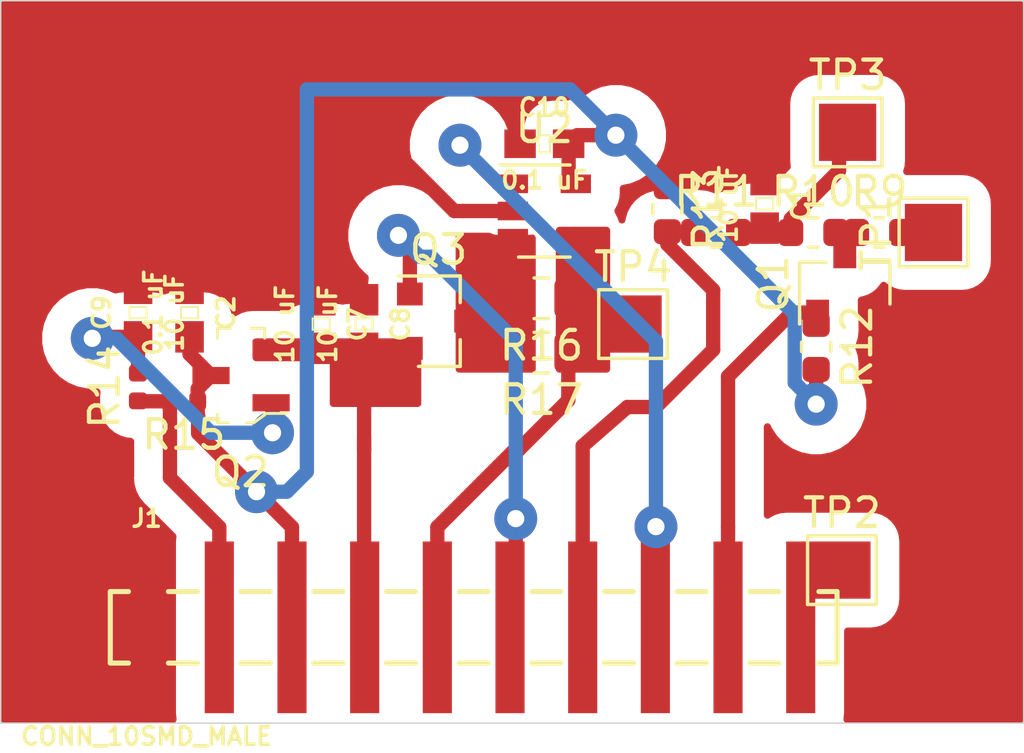
<source format=kicad_pcb>
(kicad_pcb (version 20171130) (host pcbnew 5.1.5+dfsg1-2~bpo9+1)

  (general
    (thickness 1.6)
    (drawings 4)
    (tracks 99)
    (zones 0)
    (modules 24)
    (nets 16)
  )

  (page A4)
  (layers
    (0 F.Cu signal)
    (31 B.Cu signal)
    (32 B.Adhes user)
    (33 F.Adhes user)
    (34 B.Paste user)
    (35 F.Paste user)
    (36 B.SilkS user)
    (37 F.SilkS user)
    (38 B.Mask user)
    (39 F.Mask user)
    (40 Dwgs.User user)
    (41 Cmts.User user)
    (42 Eco1.User user)
    (43 Eco2.User user)
    (44 Edge.Cuts user)
    (45 Margin user)
    (46 B.CrtYd user)
    (47 F.CrtYd user)
    (48 B.Fab user)
    (49 F.Fab user)
  )

  (setup
    (last_trace_width 0.5)
    (trace_clearance 0.2)
    (zone_clearance 0.508)
    (zone_45_only no)
    (trace_min 0.2)
    (via_size 1.5)
    (via_drill 0.6)
    (via_min_size 0.4)
    (via_min_drill 0.3)
    (uvia_size 0.3)
    (uvia_drill 0.1)
    (uvias_allowed no)
    (uvia_min_size 0.2)
    (uvia_min_drill 0.1)
    (edge_width 0.05)
    (segment_width 0.2)
    (pcb_text_width 0.3)
    (pcb_text_size 1.5 1.5)
    (mod_edge_width 0.12)
    (mod_text_size 1 1)
    (mod_text_width 0.15)
    (pad_size 1.524 1.524)
    (pad_drill 0.762)
    (pad_to_mask_clearance 0.051)
    (solder_mask_min_width 0.25)
    (aux_axis_origin 105.5 114.5)
    (grid_origin 105.5 114.5)
    (visible_elements FFFFFF7F)
    (pcbplotparams
      (layerselection 0x00000_7fffffff)
      (usegerberextensions false)
      (usegerberattributes false)
      (usegerberadvancedattributes false)
      (creategerberjobfile false)
      (excludeedgelayer true)
      (linewidth 0.150000)
      (plotframeref false)
      (viasonmask false)
      (mode 1)
      (useauxorigin true)
      (hpglpennumber 1)
      (hpglpenspeed 20)
      (hpglpendiameter 15.000000)
      (psnegative false)
      (psa4output false)
      (plotreference true)
      (plotvalue true)
      (plotinvisibletext false)
      (padsonsilk false)
      (subtractmaskfromsilk false)
      (outputformat 1)
      (mirror false)
      (drillshape 0)
      (scaleselection 1)
      (outputdirectory ""))
  )

  (net 0 "")
  (net 1 GND)
  (net 2 "Net-(C9-Pad1)")
  (net 3 3.3V)
  (net 4 "Net-(Q1-Pad3)")
  (net 5 nsource)
  (net 6 ~PULSE_INPUT)
  (net 7 ~VARACTOR_PWM)
  (net 8 source_supply_feedback)
  (net 9 VARACTOR_FEEDBACK)
  (net 10 BIAS_PWM)
  (net 11 CURRENT_SENSE)
  (net 12 VSOURCE_PWM)
  (net 13 +48V)
  (net 14 "Net-(Q3-Pad3)")
  (net 15 VARACTOR_OUT)

  (net_class Default "This is the default net class."
    (clearance 0.2)
    (trace_width 0.5)
    (via_dia 1.5)
    (via_drill 0.6)
    (uvia_dia 0.3)
    (uvia_drill 0.1)
    (add_net +48V)
    (add_net 3.3V)
    (add_net BIAS_PWM)
    (add_net CURRENT_SENSE)
    (add_net GND)
    (add_net "Net-(C9-Pad1)")
    (add_net "Net-(Q1-Pad3)")
    (add_net "Net-(Q3-Pad3)")
    (add_net VARACTOR_FEEDBACK)
    (add_net VARACTOR_OUT)
    (add_net VSOURCE_PWM)
    (add_net nsource)
    (add_net source_supply_feedback)
    (add_net ~PULSE_INPUT)
    (add_net ~VARACTOR_PWM)
  )

  (module Connectors2:1X10_SMD_MALE (layer F.Cu) (tedit 5963D8FD) (tstamp 5EE87A50)
    (at 110.6 136.4)
    (descr "SMD -10 PIN")
    (tags "SMD -10 PIN")
    (path /5F1EC410)
    (attr smd)
    (fp_text reference J1 (at 0 -3.81) (layer F.SilkS)
      (effects (font (size 0.6096 0.6096) (thickness 0.127)))
    )
    (fp_text value CONN_10SMD_MALE (at 0 3.81) (layer F.SilkS)
      (effects (font (size 0.6096 0.6096) (thickness 0.127)))
    )
    (fp_line (start 22.098 1.24968) (end 21.082 1.24968) (layer F.SilkS) (width 0.1778))
    (fp_line (start 19.558 1.24968) (end 18.542 1.24968) (layer F.SilkS) (width 0.1778))
    (fp_line (start 21.082 -1.24968) (end 22.098 -1.24968) (layer F.SilkS) (width 0.1778))
    (fp_line (start 18.542 -1.24968) (end 19.558 -1.24968) (layer F.SilkS) (width 0.1778))
    (fp_line (start 14.47546 1.24968) (end 13.462 1.24968) (layer F.SilkS) (width 0.1778))
    (fp_line (start 13.462 -1.24968) (end 14.47546 -1.24968) (layer F.SilkS) (width 0.1778))
    (fp_line (start 24.13 -1.24968) (end 23.495 -1.24968) (layer F.SilkS) (width 0.1778))
    (fp_line (start 24.13 1.24968) (end 23.495 1.24968) (layer F.SilkS) (width 0.1778))
    (fp_line (start 17.018 1.24968) (end 16.002 1.24968) (layer F.SilkS) (width 0.1778))
    (fp_line (start 16.002 -1.24968) (end 17.018 -1.24968) (layer F.SilkS) (width 0.1778))
    (fp_line (start 24.13 1.24968) (end 24.13 -1.24968) (layer F.SilkS) (width 0.1778))
    (fp_line (start 11.938 1.24968) (end 10.922 1.24968) (layer F.SilkS) (width 0.1778))
    (fp_line (start 9.398 1.24968) (end 8.382 1.24968) (layer F.SilkS) (width 0.1778))
    (fp_line (start 6.858 1.24968) (end 5.842 1.24968) (layer F.SilkS) (width 0.1778))
    (fp_line (start 4.318 1.24968) (end 3.302 1.24968) (layer F.SilkS) (width 0.1778))
    (fp_line (start 1.778 1.24968) (end 0.762 1.24968) (layer F.SilkS) (width 0.1778))
    (fp_line (start 10.922 -1.24968) (end 11.938 -1.24968) (layer F.SilkS) (width 0.1778))
    (fp_line (start 8.382 -1.24968) (end 9.398 -1.24968) (layer F.SilkS) (width 0.1778))
    (fp_line (start 5.842 -1.24968) (end 6.858 -1.24968) (layer F.SilkS) (width 0.1778))
    (fp_line (start 3.302 -1.24968) (end 4.318 -1.24968) (layer F.SilkS) (width 0.1778))
    (fp_line (start 0.762 -1.24968) (end 1.778 -1.24968) (layer F.SilkS) (width 0.1778))
    (fp_line (start -1.27 -1.24968) (end -0.635 -1.24968) (layer F.SilkS) (width 0.1778))
    (fp_line (start -1.27 1.24968) (end -0.635 1.24968) (layer F.SilkS) (width 0.1778))
    (fp_line (start -1.27 -1.24968) (end -1.27 1.24968) (layer F.SilkS) (width 0.1778))
    (fp_line (start 24.13 -1.24968) (end -1.27 -1.24968) (layer Dwgs.User) (width 0.127))
    (fp_line (start 24.13 1.24968) (end 24.13 -1.24968) (layer Dwgs.User) (width 0.127))
    (fp_line (start -1.27 1.24968) (end 24.13 1.24968) (layer Dwgs.User) (width 0.127))
    (fp_line (start -1.27 -1.24968) (end -1.27 1.24968) (layer Dwgs.User) (width 0.127))
    (fp_line (start 19.99996 0) (end 19.99996 -2.74828) (layer Dwgs.User) (width 0.06604))
    (fp_line (start 19.99996 -2.74828) (end 20.6375 -2.74828) (layer Dwgs.User) (width 0.06604))
    (fp_line (start 20.6375 0) (end 20.6375 -2.74828) (layer Dwgs.User) (width 0.06604))
    (fp_line (start 19.99996 0) (end 20.6375 0) (layer Dwgs.User) (width 0.06604))
    (fp_line (start 22.53996 2.74828) (end 22.53996 0) (layer Dwgs.User) (width 0.06604))
    (fp_line (start 22.53996 0) (end 23.1775 0) (layer Dwgs.User) (width 0.06604))
    (fp_line (start 23.1775 2.74828) (end 23.1775 0) (layer Dwgs.User) (width 0.06604))
    (fp_line (start 22.53996 2.74828) (end 23.1775 2.74828) (layer Dwgs.User) (width 0.06604))
    (fp_line (start 17.45996 2.74828) (end 17.45996 0) (layer Dwgs.User) (width 0.06604))
    (fp_line (start 17.45996 0) (end 18.0975 0) (layer Dwgs.User) (width 0.06604))
    (fp_line (start 18.0975 2.74828) (end 18.0975 0) (layer Dwgs.User) (width 0.06604))
    (fp_line (start 17.45996 2.74828) (end 18.0975 2.74828) (layer Dwgs.User) (width 0.06604))
    (fp_line (start 14.91996 0) (end 14.91996 -2.74828) (layer Dwgs.User) (width 0.06604))
    (fp_line (start 14.91996 -2.74828) (end 15.5575 -2.74828) (layer Dwgs.User) (width 0.06604))
    (fp_line (start 15.5575 0) (end 15.5575 -2.74828) (layer Dwgs.User) (width 0.06604))
    (fp_line (start 14.91996 0) (end 15.5575 0) (layer Dwgs.User) (width 0.06604))
    (fp_line (start 12.37996 2.74828) (end 12.37996 0) (layer Dwgs.User) (width 0.06604))
    (fp_line (start 12.37996 0) (end 13.0175 0) (layer Dwgs.User) (width 0.06604))
    (fp_line (start 13.0175 2.74828) (end 13.0175 0) (layer Dwgs.User) (width 0.06604))
    (fp_line (start 12.37996 2.74828) (end 13.0175 2.74828) (layer Dwgs.User) (width 0.06604))
    (fp_line (start 7.29996 2.74828) (end 7.29996 0) (layer Dwgs.User) (width 0.06604))
    (fp_line (start 7.29996 0) (end 7.9375 0) (layer Dwgs.User) (width 0.06604))
    (fp_line (start 7.9375 2.74828) (end 7.9375 0) (layer Dwgs.User) (width 0.06604))
    (fp_line (start 7.29996 2.74828) (end 7.9375 2.74828) (layer Dwgs.User) (width 0.06604))
    (fp_line (start 2.21996 2.74828) (end 2.21996 0) (layer Dwgs.User) (width 0.06604))
    (fp_line (start 2.21996 0) (end 2.8575 0) (layer Dwgs.User) (width 0.06604))
    (fp_line (start 2.8575 2.74828) (end 2.8575 0) (layer Dwgs.User) (width 0.06604))
    (fp_line (start 2.21996 2.74828) (end 2.8575 2.74828) (layer Dwgs.User) (width 0.06604))
    (fp_line (start 9.83996 0) (end 9.83996 -2.74828) (layer Dwgs.User) (width 0.06604))
    (fp_line (start 9.83996 -2.74828) (end 10.4775 -2.74828) (layer Dwgs.User) (width 0.06604))
    (fp_line (start 10.4775 0) (end 10.4775 -2.74828) (layer Dwgs.User) (width 0.06604))
    (fp_line (start 9.83996 0) (end 10.4775 0) (layer Dwgs.User) (width 0.06604))
    (fp_line (start 4.75996 0) (end 4.75996 -2.74828) (layer Dwgs.User) (width 0.06604))
    (fp_line (start 4.75996 -2.74828) (end 5.3975 -2.74828) (layer Dwgs.User) (width 0.06604))
    (fp_line (start 5.3975 0) (end 5.3975 -2.74828) (layer Dwgs.User) (width 0.06604))
    (fp_line (start 4.75996 0) (end 5.3975 0) (layer Dwgs.User) (width 0.06604))
    (fp_line (start -0.3175 0) (end -0.3175 -2.74828) (layer Dwgs.User) (width 0.06604))
    (fp_line (start -0.3175 -2.74828) (end 0.3175 -2.74828) (layer Dwgs.User) (width 0.06604))
    (fp_line (start 0.3175 0) (end 0.3175 -2.74828) (layer Dwgs.User) (width 0.06604))
    (fp_line (start -0.3175 0) (end 0.3175 0) (layer Dwgs.User) (width 0.06604))
    (pad 10 smd rect (at 22.86 0) (size 1.01854 5.99948) (layers F.Cu F.Paste F.Mask)
      (net 10 BIAS_PWM) (solder_mask_margin 0.1016))
    (pad 9 smd rect (at 20.32 0) (size 1.01854 5.99948) (layers F.Cu F.Paste F.Mask)
      (net 7 ~VARACTOR_PWM) (solder_mask_margin 0.1016))
    (pad 8 smd rect (at 17.78 0) (size 1.01854 5.99948) (layers F.Cu F.Paste F.Mask)
      (net 11 CURRENT_SENSE) (solder_mask_margin 0.1016))
    (pad 7 smd rect (at 15.24 0) (size 1.01854 5.99948) (layers F.Cu F.Paste F.Mask)
      (net 9 VARACTOR_FEEDBACK) (solder_mask_margin 0.1016))
    (pad 6 smd rect (at 12.7 0) (size 1.01854 5.99948) (layers F.Cu F.Paste F.Mask)
      (net 6 ~PULSE_INPUT) (solder_mask_margin 0.1016))
    (pad 5 smd rect (at 10.16 0) (size 1.01854 5.99948) (layers F.Cu F.Paste F.Mask)
      (net 5 nsource) (solder_mask_margin 0.1016))
    (pad 4 smd rect (at 7.62 0) (size 1.01854 5.99948) (layers F.Cu F.Paste F.Mask)
      (net 8 source_supply_feedback) (solder_mask_margin 0.1016))
    (pad 3 smd rect (at 5.08 0) (size 1.01854 5.99948) (layers F.Cu F.Paste F.Mask)
      (net 3 3.3V) (solder_mask_margin 0.1016))
    (pad 2 smd rect (at 2.54 0) (size 1.01854 5.99948) (layers F.Cu F.Paste F.Mask)
      (net 12 VSOURCE_PWM) (solder_mask_margin 0.1016))
    (pad 1 smd rect (at 0 0) (size 1.01854 5.99948) (layers F.Cu F.Paste F.Mask)
      (net 1 GND) (solder_mask_margin 0.1016))
  )

  (module Capacitors:0603 (layer F.Cu) (tedit 596180EF) (tstamp 5EE860B9)
    (at 124.5 119.5)
    (descr "GENERIC 1608 (0603) PACKAGE")
    (tags "GENERIC 1608 (0603) PACKAGE")
    (path /5F06AAD3)
    (attr smd)
    (fp_text reference C10 (at 0 -1.27) (layer F.SilkS)
      (effects (font (size 0.6096 0.6096) (thickness 0.127)))
    )
    (fp_text value "0.1 uF" (at 0 1.27) (layer F.SilkS)
      (effects (font (size 0.6096 0.6096) (thickness 0.127)))
    )
    (fp_line (start -0.3556 0.41656) (end 0.3556 0.41656) (layer Dwgs.User) (width 0.1016))
    (fp_line (start -0.3556 -0.4318) (end 0.3556 -0.4318) (layer Dwgs.User) (width 0.1016))
    (fp_line (start -1.59766 0.6985) (end -1.59766 -0.6985) (layer F.CrtYd) (width 0.0508))
    (fp_line (start 1.59766 0.6985) (end -1.59766 0.6985) (layer F.CrtYd) (width 0.0508))
    (fp_line (start 1.59766 -0.6985) (end 1.59766 0.6985) (layer F.CrtYd) (width 0.0508))
    (fp_line (start -1.59766 -0.6985) (end 1.59766 -0.6985) (layer F.CrtYd) (width 0.0508))
    (fp_line (start -0.19812 0.29972) (end -0.19812 -0.29972) (layer F.SilkS) (width 0.06604))
    (fp_line (start -0.19812 -0.29972) (end 0.19812 -0.29972) (layer F.SilkS) (width 0.06604))
    (fp_line (start 0.19812 0.29972) (end 0.19812 -0.29972) (layer F.SilkS) (width 0.06604))
    (fp_line (start -0.19812 0.29972) (end 0.19812 0.29972) (layer F.SilkS) (width 0.06604))
    (fp_line (start 0.3302 0.4699) (end 0.3302 -0.48006) (layer Dwgs.User) (width 0.06604))
    (fp_line (start 0.3302 -0.48006) (end 0.82804 -0.48006) (layer Dwgs.User) (width 0.06604))
    (fp_line (start 0.82804 0.4699) (end 0.82804 -0.48006) (layer Dwgs.User) (width 0.06604))
    (fp_line (start 0.3302 0.4699) (end 0.82804 0.4699) (layer Dwgs.User) (width 0.06604))
    (fp_line (start -0.8382 0.4699) (end -0.8382 -0.48006) (layer Dwgs.User) (width 0.06604))
    (fp_line (start -0.8382 -0.48006) (end -0.33782 -0.48006) (layer Dwgs.User) (width 0.06604))
    (fp_line (start -0.33782 0.4699) (end -0.33782 -0.48006) (layer Dwgs.User) (width 0.06604))
    (fp_line (start -0.8382 0.4699) (end -0.33782 0.4699) (layer Dwgs.User) (width 0.06604))
    (pad 2 smd rect (at 0.84836 0) (size 1.09982 0.99822) (layers F.Cu F.Paste F.Mask)
      (net 3 3.3V) (solder_mask_margin 0.1016))
    (pad 1 smd rect (at -0.84836 0) (size 1.09982 0.99822) (layers F.Cu F.Paste F.Mask)
      (net 1 GND) (solder_mask_margin 0.1016))
  )

  (module Capacitors:0603 (layer F.Cu) (tedit 596180EF) (tstamp 5EE860A1)
    (at 110.3 125.4 90)
    (descr "GENERIC 1608 (0603) PACKAGE")
    (tags "GENERIC 1608 (0603) PACKAGE")
    (path /5F0A6B5A)
    (attr smd)
    (fp_text reference C9 (at 0 -1.27 90) (layer F.SilkS)
      (effects (font (size 0.6096 0.6096) (thickness 0.127)))
    )
    (fp_text value "10 uF" (at 0 1.27 90) (layer F.SilkS)
      (effects (font (size 0.6096 0.6096) (thickness 0.127)))
    )
    (fp_line (start -0.3556 0.41656) (end 0.3556 0.41656) (layer Dwgs.User) (width 0.1016))
    (fp_line (start -0.3556 -0.4318) (end 0.3556 -0.4318) (layer Dwgs.User) (width 0.1016))
    (fp_line (start -1.59766 0.6985) (end -1.59766 -0.6985) (layer F.CrtYd) (width 0.0508))
    (fp_line (start 1.59766 0.6985) (end -1.59766 0.6985) (layer F.CrtYd) (width 0.0508))
    (fp_line (start 1.59766 -0.6985) (end 1.59766 0.6985) (layer F.CrtYd) (width 0.0508))
    (fp_line (start -1.59766 -0.6985) (end 1.59766 -0.6985) (layer F.CrtYd) (width 0.0508))
    (fp_line (start -0.19812 0.29972) (end -0.19812 -0.29972) (layer F.SilkS) (width 0.06604))
    (fp_line (start -0.19812 -0.29972) (end 0.19812 -0.29972) (layer F.SilkS) (width 0.06604))
    (fp_line (start 0.19812 0.29972) (end 0.19812 -0.29972) (layer F.SilkS) (width 0.06604))
    (fp_line (start -0.19812 0.29972) (end 0.19812 0.29972) (layer F.SilkS) (width 0.06604))
    (fp_line (start 0.3302 0.4699) (end 0.3302 -0.48006) (layer Dwgs.User) (width 0.06604))
    (fp_line (start 0.3302 -0.48006) (end 0.82804 -0.48006) (layer Dwgs.User) (width 0.06604))
    (fp_line (start 0.82804 0.4699) (end 0.82804 -0.48006) (layer Dwgs.User) (width 0.06604))
    (fp_line (start 0.3302 0.4699) (end 0.82804 0.4699) (layer Dwgs.User) (width 0.06604))
    (fp_line (start -0.8382 0.4699) (end -0.8382 -0.48006) (layer Dwgs.User) (width 0.06604))
    (fp_line (start -0.8382 -0.48006) (end -0.33782 -0.48006) (layer Dwgs.User) (width 0.06604))
    (fp_line (start -0.33782 0.4699) (end -0.33782 -0.48006) (layer Dwgs.User) (width 0.06604))
    (fp_line (start -0.8382 0.4699) (end -0.33782 0.4699) (layer Dwgs.User) (width 0.06604))
    (pad 2 smd rect (at 0.84836 0 90) (size 1.09982 0.99822) (layers F.Cu F.Paste F.Mask)
      (net 1 GND) (solder_mask_margin 0.1016))
    (pad 1 smd rect (at -0.84836 0 90) (size 1.09982 0.99822) (layers F.Cu F.Paste F.Mask)
      (net 2 "Net-(C9-Pad1)") (solder_mask_margin 0.1016))
  )

  (module Capacitors:0603 (layer F.Cu) (tedit 596180EF) (tstamp 5EE86089)
    (at 118.2 125.8 270)
    (descr "GENERIC 1608 (0603) PACKAGE")
    (tags "GENERIC 1608 (0603) PACKAGE")
    (path /5EFEA5E3)
    (attr smd)
    (fp_text reference C8 (at 0 -1.27 90) (layer F.SilkS)
      (effects (font (size 0.6096 0.6096) (thickness 0.127)))
    )
    (fp_text value "10 uF" (at 0 1.27 90) (layer F.SilkS)
      (effects (font (size 0.6096 0.6096) (thickness 0.127)))
    )
    (fp_line (start -0.3556 0.41656) (end 0.3556 0.41656) (layer Dwgs.User) (width 0.1016))
    (fp_line (start -0.3556 -0.4318) (end 0.3556 -0.4318) (layer Dwgs.User) (width 0.1016))
    (fp_line (start -1.59766 0.6985) (end -1.59766 -0.6985) (layer F.CrtYd) (width 0.0508))
    (fp_line (start 1.59766 0.6985) (end -1.59766 0.6985) (layer F.CrtYd) (width 0.0508))
    (fp_line (start 1.59766 -0.6985) (end 1.59766 0.6985) (layer F.CrtYd) (width 0.0508))
    (fp_line (start -1.59766 -0.6985) (end 1.59766 -0.6985) (layer F.CrtYd) (width 0.0508))
    (fp_line (start -0.19812 0.29972) (end -0.19812 -0.29972) (layer F.SilkS) (width 0.06604))
    (fp_line (start -0.19812 -0.29972) (end 0.19812 -0.29972) (layer F.SilkS) (width 0.06604))
    (fp_line (start 0.19812 0.29972) (end 0.19812 -0.29972) (layer F.SilkS) (width 0.06604))
    (fp_line (start -0.19812 0.29972) (end 0.19812 0.29972) (layer F.SilkS) (width 0.06604))
    (fp_line (start 0.3302 0.4699) (end 0.3302 -0.48006) (layer Dwgs.User) (width 0.06604))
    (fp_line (start 0.3302 -0.48006) (end 0.82804 -0.48006) (layer Dwgs.User) (width 0.06604))
    (fp_line (start 0.82804 0.4699) (end 0.82804 -0.48006) (layer Dwgs.User) (width 0.06604))
    (fp_line (start 0.3302 0.4699) (end 0.82804 0.4699) (layer Dwgs.User) (width 0.06604))
    (fp_line (start -0.8382 0.4699) (end -0.8382 -0.48006) (layer Dwgs.User) (width 0.06604))
    (fp_line (start -0.8382 -0.48006) (end -0.33782 -0.48006) (layer Dwgs.User) (width 0.06604))
    (fp_line (start -0.33782 0.4699) (end -0.33782 -0.48006) (layer Dwgs.User) (width 0.06604))
    (fp_line (start -0.8382 0.4699) (end -0.33782 0.4699) (layer Dwgs.User) (width 0.06604))
    (pad 2 smd rect (at 0.84836 0 270) (size 1.09982 0.99822) (layers F.Cu F.Paste F.Mask)
      (net 8 source_supply_feedback) (solder_mask_margin 0.1016))
    (pad 1 smd rect (at -0.84836 0 270) (size 1.09982 0.99822) (layers F.Cu F.Paste F.Mask)
      (net 1 GND) (solder_mask_margin 0.1016))
  )

  (module Capacitors:0603 (layer F.Cu) (tedit 596180EF) (tstamp 5EE86071)
    (at 116.7 125.8 270)
    (descr "GENERIC 1608 (0603) PACKAGE")
    (tags "GENERIC 1608 (0603) PACKAGE")
    (path /5EFEC36D)
    (attr smd)
    (fp_text reference C7 (at 0 -1.27 90) (layer F.SilkS)
      (effects (font (size 0.6096 0.6096) (thickness 0.127)))
    )
    (fp_text value "10 uF" (at 0 1.27 90) (layer F.SilkS)
      (effects (font (size 0.6096 0.6096) (thickness 0.127)))
    )
    (fp_line (start -0.3556 0.41656) (end 0.3556 0.41656) (layer Dwgs.User) (width 0.1016))
    (fp_line (start -0.3556 -0.4318) (end 0.3556 -0.4318) (layer Dwgs.User) (width 0.1016))
    (fp_line (start -1.59766 0.6985) (end -1.59766 -0.6985) (layer F.CrtYd) (width 0.0508))
    (fp_line (start 1.59766 0.6985) (end -1.59766 0.6985) (layer F.CrtYd) (width 0.0508))
    (fp_line (start 1.59766 -0.6985) (end 1.59766 0.6985) (layer F.CrtYd) (width 0.0508))
    (fp_line (start -1.59766 -0.6985) (end 1.59766 -0.6985) (layer F.CrtYd) (width 0.0508))
    (fp_line (start -0.19812 0.29972) (end -0.19812 -0.29972) (layer F.SilkS) (width 0.06604))
    (fp_line (start -0.19812 -0.29972) (end 0.19812 -0.29972) (layer F.SilkS) (width 0.06604))
    (fp_line (start 0.19812 0.29972) (end 0.19812 -0.29972) (layer F.SilkS) (width 0.06604))
    (fp_line (start -0.19812 0.29972) (end 0.19812 0.29972) (layer F.SilkS) (width 0.06604))
    (fp_line (start 0.3302 0.4699) (end 0.3302 -0.48006) (layer Dwgs.User) (width 0.06604))
    (fp_line (start 0.3302 -0.48006) (end 0.82804 -0.48006) (layer Dwgs.User) (width 0.06604))
    (fp_line (start 0.82804 0.4699) (end 0.82804 -0.48006) (layer Dwgs.User) (width 0.06604))
    (fp_line (start 0.3302 0.4699) (end 0.82804 0.4699) (layer Dwgs.User) (width 0.06604))
    (fp_line (start -0.8382 0.4699) (end -0.8382 -0.48006) (layer Dwgs.User) (width 0.06604))
    (fp_line (start -0.8382 -0.48006) (end -0.33782 -0.48006) (layer Dwgs.User) (width 0.06604))
    (fp_line (start -0.33782 0.4699) (end -0.33782 -0.48006) (layer Dwgs.User) (width 0.06604))
    (fp_line (start -0.8382 0.4699) (end -0.33782 0.4699) (layer Dwgs.User) (width 0.06604))
    (pad 2 smd rect (at 0.84836 0 270) (size 1.09982 0.99822) (layers F.Cu F.Paste F.Mask)
      (net 8 source_supply_feedback) (solder_mask_margin 0.1016))
    (pad 1 smd rect (at -0.84836 0 270) (size 1.09982 0.99822) (layers F.Cu F.Paste F.Mask)
      (net 1 GND) (solder_mask_margin 0.1016))
  )

  (module Capacitors:0603 (layer F.Cu) (tedit 596180EF) (tstamp 5EE8DAA1)
    (at 112.1 125.4 270)
    (descr "GENERIC 1608 (0603) PACKAGE")
    (tags "GENERIC 1608 (0603) PACKAGE")
    (path /5EEA123E)
    (attr smd)
    (fp_text reference C2 (at 0 -1.27 90) (layer F.SilkS)
      (effects (font (size 0.6096 0.6096) (thickness 0.127)))
    )
    (fp_text value "0.1 uF" (at 0 1.27 90) (layer F.SilkS)
      (effects (font (size 0.6096 0.6096) (thickness 0.127)))
    )
    (fp_line (start -0.3556 0.41656) (end 0.3556 0.41656) (layer Dwgs.User) (width 0.1016))
    (fp_line (start -0.3556 -0.4318) (end 0.3556 -0.4318) (layer Dwgs.User) (width 0.1016))
    (fp_line (start -1.59766 0.6985) (end -1.59766 -0.6985) (layer F.CrtYd) (width 0.0508))
    (fp_line (start 1.59766 0.6985) (end -1.59766 0.6985) (layer F.CrtYd) (width 0.0508))
    (fp_line (start 1.59766 -0.6985) (end 1.59766 0.6985) (layer F.CrtYd) (width 0.0508))
    (fp_line (start -1.59766 -0.6985) (end 1.59766 -0.6985) (layer F.CrtYd) (width 0.0508))
    (fp_line (start -0.19812 0.29972) (end -0.19812 -0.29972) (layer F.SilkS) (width 0.06604))
    (fp_line (start -0.19812 -0.29972) (end 0.19812 -0.29972) (layer F.SilkS) (width 0.06604))
    (fp_line (start 0.19812 0.29972) (end 0.19812 -0.29972) (layer F.SilkS) (width 0.06604))
    (fp_line (start -0.19812 0.29972) (end 0.19812 0.29972) (layer F.SilkS) (width 0.06604))
    (fp_line (start 0.3302 0.4699) (end 0.3302 -0.48006) (layer Dwgs.User) (width 0.06604))
    (fp_line (start 0.3302 -0.48006) (end 0.82804 -0.48006) (layer Dwgs.User) (width 0.06604))
    (fp_line (start 0.82804 0.4699) (end 0.82804 -0.48006) (layer Dwgs.User) (width 0.06604))
    (fp_line (start 0.3302 0.4699) (end 0.82804 0.4699) (layer Dwgs.User) (width 0.06604))
    (fp_line (start -0.8382 0.4699) (end -0.8382 -0.48006) (layer Dwgs.User) (width 0.06604))
    (fp_line (start -0.8382 -0.48006) (end -0.33782 -0.48006) (layer Dwgs.User) (width 0.06604))
    (fp_line (start -0.33782 0.4699) (end -0.33782 -0.48006) (layer Dwgs.User) (width 0.06604))
    (fp_line (start -0.8382 0.4699) (end -0.33782 0.4699) (layer Dwgs.User) (width 0.06604))
    (pad 2 smd rect (at 0.84836 0 270) (size 1.09982 0.99822) (layers F.Cu F.Paste F.Mask)
      (net 3 3.3V) (solder_mask_margin 0.1016))
    (pad 1 smd rect (at -0.84836 0 270) (size 1.09982 0.99822) (layers F.Cu F.Paste F.Mask)
      (net 1 GND) (solder_mask_margin 0.1016))
  )

  (module Capacitors:0603 (layer F.Cu) (tedit 596180EF) (tstamp 5EE86059)
    (at 132.2 121.6 270)
    (descr "GENERIC 1608 (0603) PACKAGE")
    (tags "GENERIC 1608 (0603) PACKAGE")
    (path /5F0C3B35)
    (attr smd)
    (fp_text reference C1 (at 0 -1.27 90) (layer F.SilkS)
      (effects (font (size 0.6096 0.6096) (thickness 0.127)))
    )
    (fp_text value "10 uF" (at 0 1.27 90) (layer F.SilkS)
      (effects (font (size 0.6096 0.6096) (thickness 0.127)))
    )
    (fp_line (start -0.3556 0.41656) (end 0.3556 0.41656) (layer Dwgs.User) (width 0.1016))
    (fp_line (start -0.3556 -0.4318) (end 0.3556 -0.4318) (layer Dwgs.User) (width 0.1016))
    (fp_line (start -1.59766 0.6985) (end -1.59766 -0.6985) (layer F.CrtYd) (width 0.0508))
    (fp_line (start 1.59766 0.6985) (end -1.59766 0.6985) (layer F.CrtYd) (width 0.0508))
    (fp_line (start 1.59766 -0.6985) (end 1.59766 0.6985) (layer F.CrtYd) (width 0.0508))
    (fp_line (start -1.59766 -0.6985) (end 1.59766 -0.6985) (layer F.CrtYd) (width 0.0508))
    (fp_line (start -0.19812 0.29972) (end -0.19812 -0.29972) (layer F.SilkS) (width 0.06604))
    (fp_line (start -0.19812 -0.29972) (end 0.19812 -0.29972) (layer F.SilkS) (width 0.06604))
    (fp_line (start 0.19812 0.29972) (end 0.19812 -0.29972) (layer F.SilkS) (width 0.06604))
    (fp_line (start -0.19812 0.29972) (end 0.19812 0.29972) (layer F.SilkS) (width 0.06604))
    (fp_line (start 0.3302 0.4699) (end 0.3302 -0.48006) (layer Dwgs.User) (width 0.06604))
    (fp_line (start 0.3302 -0.48006) (end 0.82804 -0.48006) (layer Dwgs.User) (width 0.06604))
    (fp_line (start 0.82804 0.4699) (end 0.82804 -0.48006) (layer Dwgs.User) (width 0.06604))
    (fp_line (start 0.3302 0.4699) (end 0.82804 0.4699) (layer Dwgs.User) (width 0.06604))
    (fp_line (start -0.8382 0.4699) (end -0.8382 -0.48006) (layer Dwgs.User) (width 0.06604))
    (fp_line (start -0.8382 -0.48006) (end -0.33782 -0.48006) (layer Dwgs.User) (width 0.06604))
    (fp_line (start -0.33782 0.4699) (end -0.33782 -0.48006) (layer Dwgs.User) (width 0.06604))
    (fp_line (start -0.8382 0.4699) (end -0.33782 0.4699) (layer Dwgs.User) (width 0.06604))
    (pad 2 smd rect (at 0.84836 0 270) (size 1.09982 0.99822) (layers F.Cu F.Paste F.Mask)
      (net 15 VARACTOR_OUT) (solder_mask_margin 0.1016))
    (pad 1 smd rect (at -0.84836 0 270) (size 1.09982 0.99822) (layers F.Cu F.Paste F.Mask)
      (net 1 GND) (solder_mask_margin 0.1016))
  )

  (module TestPoint:TestPoint_Pad_2.0x2.0mm (layer F.Cu) (tedit 5A0F774F) (tstamp 5EE939B6)
    (at 127.6 125.8)
    (descr "SMD rectangular pad as test Point, square 2.0mm side length")
    (tags "test point SMD pad rectangle square")
    (path /5EECA2A9)
    (attr virtual)
    (fp_text reference TP4 (at 0 -1.998) (layer F.SilkS)
      (effects (font (size 1 1) (thickness 0.15)))
    )
    (fp_text value Test_Point (at 0 2.05) (layer F.Fab)
      (effects (font (size 1 1) (thickness 0.15)))
    )
    (fp_line (start 1.5 1.5) (end -1.5 1.5) (layer F.CrtYd) (width 0.05))
    (fp_line (start 1.5 1.5) (end 1.5 -1.5) (layer F.CrtYd) (width 0.05))
    (fp_line (start -1.5 -1.5) (end -1.5 1.5) (layer F.CrtYd) (width 0.05))
    (fp_line (start -1.5 -1.5) (end 1.5 -1.5) (layer F.CrtYd) (width 0.05))
    (fp_line (start -1.2 1.2) (end -1.2 -1.2) (layer F.SilkS) (width 0.12))
    (fp_line (start 1.2 1.2) (end -1.2 1.2) (layer F.SilkS) (width 0.12))
    (fp_line (start 1.2 -1.2) (end 1.2 1.2) (layer F.SilkS) (width 0.12))
    (fp_line (start -1.2 -1.2) (end 1.2 -1.2) (layer F.SilkS) (width 0.12))
    (fp_text user %R (at 0 -2) (layer F.Fab)
      (effects (font (size 1 1) (thickness 0.15)))
    )
    (pad 1 smd rect (at 0 0) (size 2 2) (layers F.Cu F.Mask)
      (net 5 nsource))
  )

  (module TestPoint:TestPoint_Pad_2.0x2.0mm (layer F.Cu) (tedit 5A0F774F) (tstamp 5EE939A8)
    (at 135.1 119.1)
    (descr "SMD rectangular pad as test Point, square 2.0mm side length")
    (tags "test point SMD pad rectangle square")
    (path /5EEC794F)
    (attr virtual)
    (fp_text reference TP3 (at 0 -1.998) (layer F.SilkS)
      (effects (font (size 1 1) (thickness 0.15)))
    )
    (fp_text value Test_Point (at 0 2.05) (layer F.Fab)
      (effects (font (size 1 1) (thickness 0.15)))
    )
    (fp_line (start 1.5 1.5) (end -1.5 1.5) (layer F.CrtYd) (width 0.05))
    (fp_line (start 1.5 1.5) (end 1.5 -1.5) (layer F.CrtYd) (width 0.05))
    (fp_line (start -1.5 -1.5) (end -1.5 1.5) (layer F.CrtYd) (width 0.05))
    (fp_line (start -1.5 -1.5) (end 1.5 -1.5) (layer F.CrtYd) (width 0.05))
    (fp_line (start -1.2 1.2) (end -1.2 -1.2) (layer F.SilkS) (width 0.12))
    (fp_line (start 1.2 1.2) (end -1.2 1.2) (layer F.SilkS) (width 0.12))
    (fp_line (start 1.2 -1.2) (end 1.2 1.2) (layer F.SilkS) (width 0.12))
    (fp_line (start -1.2 -1.2) (end 1.2 -1.2) (layer F.SilkS) (width 0.12))
    (fp_text user %R (at 0 -2) (layer F.Fab)
      (effects (font (size 1 1) (thickness 0.15)))
    )
    (pad 1 smd rect (at 0 0) (size 2 2) (layers F.Cu F.Mask)
      (net 15 VARACTOR_OUT))
  )

  (module Resistor_SMD:R_0603_1608Metric (layer F.Cu) (tedit 5B301BBD) (tstamp 5EE86154)
    (at 134 126.6 270)
    (descr "Resistor SMD 0603 (1608 Metric), square (rectangular) end terminal, IPC_7351 nominal, (Body size source: http://www.tortai-tech.com/upload/download/2011102023233369053.pdf), generated with kicad-footprint-generator")
    (tags resistor)
    (path /5F0BDCCE)
    (attr smd)
    (fp_text reference R12 (at 0 -1.43 90) (layer F.SilkS)
      (effects (font (size 1 1) (thickness 0.15)))
    )
    (fp_text value 10K (at 0 1.43 90) (layer F.Fab)
      (effects (font (size 1 1) (thickness 0.15)))
    )
    (fp_text user %R (at 0 0 90) (layer F.Fab)
      (effects (font (size 0.4 0.4) (thickness 0.06)))
    )
    (fp_line (start 1.48 0.73) (end -1.48 0.73) (layer F.CrtYd) (width 0.05))
    (fp_line (start 1.48 -0.73) (end 1.48 0.73) (layer F.CrtYd) (width 0.05))
    (fp_line (start -1.48 -0.73) (end 1.48 -0.73) (layer F.CrtYd) (width 0.05))
    (fp_line (start -1.48 0.73) (end -1.48 -0.73) (layer F.CrtYd) (width 0.05))
    (fp_line (start -0.162779 0.51) (end 0.162779 0.51) (layer F.SilkS) (width 0.12))
    (fp_line (start -0.162779 -0.51) (end 0.162779 -0.51) (layer F.SilkS) (width 0.12))
    (fp_line (start 0.8 0.4) (end -0.8 0.4) (layer F.Fab) (width 0.1))
    (fp_line (start 0.8 -0.4) (end 0.8 0.4) (layer F.Fab) (width 0.1))
    (fp_line (start -0.8 -0.4) (end 0.8 -0.4) (layer F.Fab) (width 0.1))
    (fp_line (start -0.8 0.4) (end -0.8 -0.4) (layer F.Fab) (width 0.1))
    (pad 2 smd roundrect (at 0.7875 0 270) (size 0.875 0.95) (layers F.Cu F.Paste F.Mask) (roundrect_rratio 0.25)
      (net 3 3.3V))
    (pad 1 smd roundrect (at -0.7875 0 270) (size 0.875 0.95) (layers F.Cu F.Paste F.Mask) (roundrect_rratio 0.25)
      (net 7 ~VARACTOR_PWM))
    (model ${KISYS3DMOD}/Resistor_SMD.3dshapes/R_0603_1608Metric.wrl
      (at (xyz 0 0 0))
      (scale (xyz 1 1 1))
      (rotate (xyz 0 0 0))
    )
  )

  (module TestPoint:TestPoint_Pad_2.0x2.0mm (layer F.Cu) (tedit 5A0F774F) (tstamp 5EE91B9A)
    (at 134.9 134.4)
    (descr "SMD rectangular pad as test Point, square 2.0mm side length")
    (tags "test point SMD pad rectangle square")
    (path /5EEBBE60)
    (attr virtual)
    (fp_text reference TP2 (at 0 -1.998) (layer F.SilkS)
      (effects (font (size 1 1) (thickness 0.15)))
    )
    (fp_text value Test_Point (at 0 2.05) (layer F.Fab)
      (effects (font (size 1 1) (thickness 0.15)))
    )
    (fp_line (start 1.5 1.5) (end -1.5 1.5) (layer F.CrtYd) (width 0.05))
    (fp_line (start 1.5 1.5) (end 1.5 -1.5) (layer F.CrtYd) (width 0.05))
    (fp_line (start -1.5 -1.5) (end -1.5 1.5) (layer F.CrtYd) (width 0.05))
    (fp_line (start -1.5 -1.5) (end 1.5 -1.5) (layer F.CrtYd) (width 0.05))
    (fp_line (start -1.2 1.2) (end -1.2 -1.2) (layer F.SilkS) (width 0.12))
    (fp_line (start 1.2 1.2) (end -1.2 1.2) (layer F.SilkS) (width 0.12))
    (fp_line (start 1.2 -1.2) (end 1.2 1.2) (layer F.SilkS) (width 0.12))
    (fp_line (start -1.2 -1.2) (end 1.2 -1.2) (layer F.SilkS) (width 0.12))
    (fp_text user %R (at 0 -2) (layer F.Fab)
      (effects (font (size 1 1) (thickness 0.15)))
    )
    (pad 1 smd rect (at 0 0) (size 2 2) (layers F.Cu F.Mask)
      (net 10 BIAS_PWM))
  )

  (module TestPoint:TestPoint_Pad_2.0x2.0mm (layer F.Cu) (tedit 5A0F774F) (tstamp 5EE91529)
    (at 138.1 122.6 90)
    (descr "SMD rectangular pad as test Point, square 2.0mm side length")
    (tags "test point SMD pad rectangle square")
    (path /5EEB43DF)
    (attr virtual)
    (fp_text reference TP1 (at 0 -1.998 90) (layer F.SilkS)
      (effects (font (size 1 1) (thickness 0.15)))
    )
    (fp_text value Test_Point (at 0 2.05 90) (layer F.Fab)
      (effects (font (size 1 1) (thickness 0.15)))
    )
    (fp_line (start 1.5 1.5) (end -1.5 1.5) (layer F.CrtYd) (width 0.05))
    (fp_line (start 1.5 1.5) (end 1.5 -1.5) (layer F.CrtYd) (width 0.05))
    (fp_line (start -1.5 -1.5) (end -1.5 1.5) (layer F.CrtYd) (width 0.05))
    (fp_line (start -1.5 -1.5) (end 1.5 -1.5) (layer F.CrtYd) (width 0.05))
    (fp_line (start -1.2 1.2) (end -1.2 -1.2) (layer F.SilkS) (width 0.12))
    (fp_line (start 1.2 1.2) (end -1.2 1.2) (layer F.SilkS) (width 0.12))
    (fp_line (start 1.2 -1.2) (end 1.2 1.2) (layer F.SilkS) (width 0.12))
    (fp_line (start -1.2 -1.2) (end 1.2 -1.2) (layer F.SilkS) (width 0.12))
    (fp_text user %R (at 0 -2 90) (layer F.Fab)
      (effects (font (size 1 1) (thickness 0.15)))
    )
    (pad 1 smd rect (at 0 0 90) (size 2 2) (layers F.Cu F.Mask)
      (net 13 +48V))
  )

  (module digikey-footprints:SOT-23-3 (layer F.Cu) (tedit 59D275F3) (tstamp 5EE87D92)
    (at 113.9 127.6 180)
    (path /5EE95D01)
    (fp_text reference Q2 (at 0.025 -3.375) (layer F.SilkS)
      (effects (font (size 1 1) (thickness 0.15)))
    )
    (fp_text value MMBT4401 (at 0.025 3.25) (layer F.Fab)
      (effects (font (size 1 1) (thickness 0.15)))
    )
    (fp_line (start 0.7 1.52) (end 0.7 -1.52) (layer F.Fab) (width 0.1))
    (fp_line (start -0.7 1.52) (end 0.7 1.52) (layer F.Fab) (width 0.1))
    (fp_text user %R (at -0.125 0.15) (layer F.Fab)
      (effects (font (size 0.25 0.25) (thickness 0.05)))
    )
    (fp_line (start 0.825 -1.65) (end 0.825 -1.35) (layer F.SilkS) (width 0.1))
    (fp_line (start 0.45 -1.65) (end 0.825 -1.65) (layer F.SilkS) (width 0.1))
    (fp_line (start 0.825 1.65) (end 0.375 1.65) (layer F.SilkS) (width 0.1))
    (fp_line (start 0.825 1.35) (end 0.825 1.65) (layer F.SilkS) (width 0.1))
    (fp_line (start 0.825 1.425) (end 0.825 1.3) (layer F.SilkS) (width 0.1))
    (fp_line (start -0.825 1.65) (end -0.825 1.3) (layer F.SilkS) (width 0.1))
    (fp_line (start -0.35 1.65) (end -0.825 1.65) (layer F.SilkS) (width 0.1))
    (fp_line (start -0.425 -1.525) (end -0.7 -1.325) (layer F.Fab) (width 0.1))
    (fp_line (start -0.425 -1.525) (end 0.7 -1.525) (layer F.Fab) (width 0.1))
    (fp_line (start -0.7 -1.325) (end -0.7 1.525) (layer F.Fab) (width 0.1))
    (fp_line (start -0.825 -1.325) (end -1.6 -1.325) (layer F.SilkS) (width 0.1))
    (fp_line (start -0.825 -1.375) (end -0.825 -1.325) (layer F.SilkS) (width 0.1))
    (fp_line (start -0.45 -1.65) (end -0.825 -1.375) (layer F.SilkS) (width 0.1))
    (fp_line (start -0.175 -1.65) (end -0.45 -1.65) (layer F.SilkS) (width 0.1))
    (fp_line (start 1.825 -1.95) (end 1.825 1.95) (layer F.CrtYd) (width 0.05))
    (fp_line (start 1.825 1.95) (end -1.825 1.95) (layer F.CrtYd) (width 0.05))
    (fp_line (start -1.825 -1.95) (end -1.825 1.95) (layer F.CrtYd) (width 0.05))
    (fp_line (start -1.825 -1.95) (end 1.825 -1.95) (layer F.CrtYd) (width 0.05))
    (pad 1 smd rect (at -1.05 -0.95 180) (size 1.3 0.6) (layers F.Cu F.Paste F.Mask)
      (net 2 "Net-(C9-Pad1)") (solder_mask_margin 0.07))
    (pad 2 smd rect (at -1.05 0.95 180) (size 1.3 0.6) (layers F.Cu F.Paste F.Mask)
      (net 8 source_supply_feedback) (solder_mask_margin 0.07))
    (pad 3 smd rect (at 1.05 0 180) (size 1.3 0.6) (layers F.Cu F.Paste F.Mask)
      (net 3 3.3V) (solder_mask_margin 0.07))
  )

  (module Resistor_SMD:R_0603_1608Metric (layer F.Cu) (tedit 5B301BBD) (tstamp 5EE86134)
    (at 133.9 122.6)
    (descr "Resistor SMD 0603 (1608 Metric), square (rectangular) end terminal, IPC_7351 nominal, (Body size source: http://www.tortai-tech.com/upload/download/2011102023233369053.pdf), generated with kicad-footprint-generator")
    (tags resistor)
    (path /5EF918DB)
    (attr smd)
    (fp_text reference R10 (at 0 -1.43) (layer F.SilkS)
      (effects (font (size 1 1) (thickness 0.15)))
    )
    (fp_text value 1k (at 0 1.43) (layer F.Fab)
      (effects (font (size 1 1) (thickness 0.15)))
    )
    (fp_text user %R (at 0 0) (layer F.Fab)
      (effects (font (size 0.4 0.4) (thickness 0.06)))
    )
    (fp_line (start 1.48 0.73) (end -1.48 0.73) (layer F.CrtYd) (width 0.05))
    (fp_line (start 1.48 -0.73) (end 1.48 0.73) (layer F.CrtYd) (width 0.05))
    (fp_line (start -1.48 -0.73) (end 1.48 -0.73) (layer F.CrtYd) (width 0.05))
    (fp_line (start -1.48 0.73) (end -1.48 -0.73) (layer F.CrtYd) (width 0.05))
    (fp_line (start -0.162779 0.51) (end 0.162779 0.51) (layer F.SilkS) (width 0.12))
    (fp_line (start -0.162779 -0.51) (end 0.162779 -0.51) (layer F.SilkS) (width 0.12))
    (fp_line (start 0.8 0.4) (end -0.8 0.4) (layer F.Fab) (width 0.1))
    (fp_line (start 0.8 -0.4) (end 0.8 0.4) (layer F.Fab) (width 0.1))
    (fp_line (start -0.8 -0.4) (end 0.8 -0.4) (layer F.Fab) (width 0.1))
    (fp_line (start -0.8 0.4) (end -0.8 -0.4) (layer F.Fab) (width 0.1))
    (pad 2 smd roundrect (at 0.7875 0) (size 0.875 0.95) (layers F.Cu F.Paste F.Mask) (roundrect_rratio 0.25)
      (net 4 "Net-(Q1-Pad3)"))
    (pad 1 smd roundrect (at -0.7875 0) (size 0.875 0.95) (layers F.Cu F.Paste F.Mask) (roundrect_rratio 0.25)
      (net 15 VARACTOR_OUT))
    (model ${KISYS3DMOD}/Resistor_SMD.3dshapes/R_0603_1608Metric.wrl
      (at (xyz 0 0 0))
      (scale (xyz 1 1 1))
      (rotate (xyz 0 0 0))
    )
  )

  (module Package_TO_SOT_SMD:SOT-23-5 (layer F.Cu) (tedit 5A02FF57) (tstamp 5EE86230)
    (at 124.5 121.85)
    (descr "5-pin SOT23 package")
    (tags SOT-23-5)
    (path /5F064800)
    (attr smd)
    (fp_text reference U2 (at 0 -2.9) (layer F.SilkS)
      (effects (font (size 1 1) (thickness 0.15)))
    )
    (fp_text value INA194 (at 0 2.9) (layer F.Fab)
      (effects (font (size 1 1) (thickness 0.15)))
    )
    (fp_line (start 0.9 -1.55) (end 0.9 1.55) (layer F.Fab) (width 0.1))
    (fp_line (start 0.9 1.55) (end -0.9 1.55) (layer F.Fab) (width 0.1))
    (fp_line (start -0.9 -0.9) (end -0.9 1.55) (layer F.Fab) (width 0.1))
    (fp_line (start 0.9 -1.55) (end -0.25 -1.55) (layer F.Fab) (width 0.1))
    (fp_line (start -0.9 -0.9) (end -0.25 -1.55) (layer F.Fab) (width 0.1))
    (fp_line (start -1.9 1.8) (end -1.9 -1.8) (layer F.CrtYd) (width 0.05))
    (fp_line (start 1.9 1.8) (end -1.9 1.8) (layer F.CrtYd) (width 0.05))
    (fp_line (start 1.9 -1.8) (end 1.9 1.8) (layer F.CrtYd) (width 0.05))
    (fp_line (start -1.9 -1.8) (end 1.9 -1.8) (layer F.CrtYd) (width 0.05))
    (fp_line (start 0.9 -1.61) (end -1.55 -1.61) (layer F.SilkS) (width 0.12))
    (fp_line (start -0.9 1.61) (end 0.9 1.61) (layer F.SilkS) (width 0.12))
    (fp_text user %R (at 0 0 90) (layer F.Fab)
      (effects (font (size 0.5 0.5) (thickness 0.075)))
    )
    (pad 5 smd rect (at 1.1 -0.95) (size 1.06 0.65) (layers F.Cu F.Paste F.Mask)
      (net 3 3.3V))
    (pad 4 smd rect (at 1.1 0.95) (size 1.06 0.65) (layers F.Cu F.Paste F.Mask)
      (net 5 nsource))
    (pad 3 smd rect (at -1.1 0.95) (size 1.06 0.65) (layers F.Cu F.Paste F.Mask)
      (net 14 "Net-(Q3-Pad3)"))
    (pad 2 smd rect (at -1.1 0) (size 1.06 0.65) (layers F.Cu F.Paste F.Mask)
      (net 1 GND))
    (pad 1 smd rect (at -1.1 -0.95) (size 1.06 0.65) (layers F.Cu F.Paste F.Mask)
      (net 11 CURRENT_SENSE))
    (model ${KISYS3DMOD}/Package_TO_SOT_SMD.3dshapes/SOT-23-5.wrl
      (at (xyz 0 0 0))
      (scale (xyz 1 1 1))
      (rotate (xyz 0 0 0))
    )
  )

  (module Resistor_SMD:R_0805_2012Metric (layer F.Cu) (tedit 5B36C52B) (tstamp 5EE861A5)
    (at 124.4 126.8 180)
    (descr "Resistor SMD 0805 (2012 Metric), square (rectangular) end terminal, IPC_7351 nominal, (Body size source: https://docs.google.com/spreadsheets/d/1BsfQQcO9C6DZCsRaXUlFlo91Tg2WpOkGARC1WS5S8t0/edit?usp=sharing), generated with kicad-footprint-generator")
    (tags resistor)
    (path /5F09ED98)
    (attr smd)
    (fp_text reference R17 (at 0 -1.65) (layer F.SilkS)
      (effects (font (size 1 1) (thickness 0.15)))
    )
    (fp_text value 2.2r (at 0 1.65) (layer F.Fab)
      (effects (font (size 1 1) (thickness 0.15)))
    )
    (fp_text user %R (at 0 0) (layer F.Fab)
      (effects (font (size 0.5 0.5) (thickness 0.08)))
    )
    (fp_line (start 1.68 0.95) (end -1.68 0.95) (layer F.CrtYd) (width 0.05))
    (fp_line (start 1.68 -0.95) (end 1.68 0.95) (layer F.CrtYd) (width 0.05))
    (fp_line (start -1.68 -0.95) (end 1.68 -0.95) (layer F.CrtYd) (width 0.05))
    (fp_line (start -1.68 0.95) (end -1.68 -0.95) (layer F.CrtYd) (width 0.05))
    (fp_line (start -0.258578 0.71) (end 0.258578 0.71) (layer F.SilkS) (width 0.12))
    (fp_line (start -0.258578 -0.71) (end 0.258578 -0.71) (layer F.SilkS) (width 0.12))
    (fp_line (start 1 0.6) (end -1 0.6) (layer F.Fab) (width 0.1))
    (fp_line (start 1 -0.6) (end 1 0.6) (layer F.Fab) (width 0.1))
    (fp_line (start -1 -0.6) (end 1 -0.6) (layer F.Fab) (width 0.1))
    (fp_line (start -1 0.6) (end -1 -0.6) (layer F.Fab) (width 0.1))
    (pad 2 smd roundrect (at 0.9375 0 180) (size 0.975 1.4) (layers F.Cu F.Paste F.Mask) (roundrect_rratio 0.25)
      (net 14 "Net-(Q3-Pad3)"))
    (pad 1 smd roundrect (at -0.9375 0 180) (size 0.975 1.4) (layers F.Cu F.Paste F.Mask) (roundrect_rratio 0.25)
      (net 5 nsource))
    (model ${KISYS3DMOD}/Resistor_SMD.3dshapes/R_0805_2012Metric.wrl
      (at (xyz 0 0 0))
      (scale (xyz 1 1 1))
      (rotate (xyz 0 0 0))
    )
  )

  (module Resistor_SMD:R_0805_2012Metric (layer F.Cu) (tedit 5B36C52B) (tstamp 5EE86194)
    (at 124.4 124.9 180)
    (descr "Resistor SMD 0805 (2012 Metric), square (rectangular) end terminal, IPC_7351 nominal, (Body size source: https://docs.google.com/spreadsheets/d/1BsfQQcO9C6DZCsRaXUlFlo91Tg2WpOkGARC1WS5S8t0/edit?usp=sharing), generated with kicad-footprint-generator")
    (tags resistor)
    (path /5F048AA5)
    (attr smd)
    (fp_text reference R16 (at 0 -1.65) (layer F.SilkS)
      (effects (font (size 1 1) (thickness 0.15)))
    )
    (fp_text value 2.2r (at 0 1.65) (layer F.Fab)
      (effects (font (size 1 1) (thickness 0.15)))
    )
    (fp_text user %R (at 0 0) (layer F.Fab)
      (effects (font (size 0.5 0.5) (thickness 0.08)))
    )
    (fp_line (start 1.68 0.95) (end -1.68 0.95) (layer F.CrtYd) (width 0.05))
    (fp_line (start 1.68 -0.95) (end 1.68 0.95) (layer F.CrtYd) (width 0.05))
    (fp_line (start -1.68 -0.95) (end 1.68 -0.95) (layer F.CrtYd) (width 0.05))
    (fp_line (start -1.68 0.95) (end -1.68 -0.95) (layer F.CrtYd) (width 0.05))
    (fp_line (start -0.258578 0.71) (end 0.258578 0.71) (layer F.SilkS) (width 0.12))
    (fp_line (start -0.258578 -0.71) (end 0.258578 -0.71) (layer F.SilkS) (width 0.12))
    (fp_line (start 1 0.6) (end -1 0.6) (layer F.Fab) (width 0.1))
    (fp_line (start 1 -0.6) (end 1 0.6) (layer F.Fab) (width 0.1))
    (fp_line (start -1 -0.6) (end 1 -0.6) (layer F.Fab) (width 0.1))
    (fp_line (start -1 0.6) (end -1 -0.6) (layer F.Fab) (width 0.1))
    (pad 2 smd roundrect (at 0.9375 0 180) (size 0.975 1.4) (layers F.Cu F.Paste F.Mask) (roundrect_rratio 0.25)
      (net 14 "Net-(Q3-Pad3)"))
    (pad 1 smd roundrect (at -0.9375 0 180) (size 0.975 1.4) (layers F.Cu F.Paste F.Mask) (roundrect_rratio 0.25)
      (net 5 nsource))
    (model ${KISYS3DMOD}/Resistor_SMD.3dshapes/R_0805_2012Metric.wrl
      (at (xyz 0 0 0))
      (scale (xyz 1 1 1))
      (rotate (xyz 0 0 0))
    )
  )

  (module Resistor_SMD:R_0402_1005Metric (layer F.Cu) (tedit 5B301BBD) (tstamp 5EE86183)
    (at 111.9 128.5 180)
    (descr "Resistor SMD 0402 (1005 Metric), square (rectangular) end terminal, IPC_7351 nominal, (Body size source: http://www.tortai-tech.com/upload/download/2011102023233369053.pdf), generated with kicad-footprint-generator")
    (tags resistor)
    (path /5F085785)
    (attr smd)
    (fp_text reference R15 (at 0 -1.17) (layer F.SilkS)
      (effects (font (size 1 1) (thickness 0.15)))
    )
    (fp_text value 10K (at 0 1.17) (layer F.Fab)
      (effects (font (size 1 1) (thickness 0.15)))
    )
    (fp_text user %R (at 0 0) (layer F.Fab)
      (effects (font (size 0.25 0.25) (thickness 0.04)))
    )
    (fp_line (start 0.93 0.47) (end -0.93 0.47) (layer F.CrtYd) (width 0.05))
    (fp_line (start 0.93 -0.47) (end 0.93 0.47) (layer F.CrtYd) (width 0.05))
    (fp_line (start -0.93 -0.47) (end 0.93 -0.47) (layer F.CrtYd) (width 0.05))
    (fp_line (start -0.93 0.47) (end -0.93 -0.47) (layer F.CrtYd) (width 0.05))
    (fp_line (start 0.5 0.25) (end -0.5 0.25) (layer F.Fab) (width 0.1))
    (fp_line (start 0.5 -0.25) (end 0.5 0.25) (layer F.Fab) (width 0.1))
    (fp_line (start -0.5 -0.25) (end 0.5 -0.25) (layer F.Fab) (width 0.1))
    (fp_line (start -0.5 0.25) (end -0.5 -0.25) (layer F.Fab) (width 0.1))
    (pad 2 smd roundrect (at 0.485 0 180) (size 0.59 0.64) (layers F.Cu F.Paste F.Mask) (roundrect_rratio 0.25)
      (net 12 VSOURCE_PWM))
    (pad 1 smd roundrect (at -0.485 0 180) (size 0.59 0.64) (layers F.Cu F.Paste F.Mask) (roundrect_rratio 0.25)
      (net 3 3.3V))
    (model ${KISYS3DMOD}/Resistor_SMD.3dshapes/R_0402_1005Metric.wrl
      (at (xyz 0 0 0))
      (scale (xyz 1 1 1))
      (rotate (xyz 0 0 0))
    )
  )

  (module Resistor_SMD:R_0402_1005Metric (layer F.Cu) (tedit 5B301BBD) (tstamp 5EE86174)
    (at 110.3 128 90)
    (descr "Resistor SMD 0402 (1005 Metric), square (rectangular) end terminal, IPC_7351 nominal, (Body size source: http://www.tortai-tech.com/upload/download/2011102023233369053.pdf), generated with kicad-footprint-generator")
    (tags resistor)
    (path /5F0A6B67)
    (attr smd)
    (fp_text reference R14 (at 0 -1.17 90) (layer F.SilkS)
      (effects (font (size 1 1) (thickness 0.15)))
    )
    (fp_text value 1K (at 0 1.17 90) (layer F.Fab)
      (effects (font (size 1 1) (thickness 0.15)))
    )
    (fp_text user %R (at 0.2 -0.6 90) (layer F.Fab)
      (effects (font (size 0.25 0.25) (thickness 0.04)))
    )
    (fp_line (start 0.93 0.47) (end -0.93 0.47) (layer F.CrtYd) (width 0.05))
    (fp_line (start 0.93 -0.47) (end 0.93 0.47) (layer F.CrtYd) (width 0.05))
    (fp_line (start -0.93 -0.47) (end 0.93 -0.47) (layer F.CrtYd) (width 0.05))
    (fp_line (start -0.93 0.47) (end -0.93 -0.47) (layer F.CrtYd) (width 0.05))
    (fp_line (start 0.5 0.25) (end -0.5 0.25) (layer F.Fab) (width 0.1))
    (fp_line (start 0.5 -0.25) (end 0.5 0.25) (layer F.Fab) (width 0.1))
    (fp_line (start -0.5 -0.25) (end 0.5 -0.25) (layer F.Fab) (width 0.1))
    (fp_line (start -0.5 0.25) (end -0.5 -0.25) (layer F.Fab) (width 0.1))
    (pad 2 smd roundrect (at 0.485 0 90) (size 0.59 0.64) (layers F.Cu F.Paste F.Mask) (roundrect_rratio 0.25)
      (net 2 "Net-(C9-Pad1)"))
    (pad 1 smd roundrect (at -0.485 0 90) (size 0.59 0.64) (layers F.Cu F.Paste F.Mask) (roundrect_rratio 0.25)
      (net 12 VSOURCE_PWM))
    (model ${KISYS3DMOD}/Resistor_SMD.3dshapes/R_0402_1005Metric.wrl
      (at (xyz 0 0 0))
      (scale (xyz 1 1 1))
      (rotate (xyz 0 0 0))
    )
  )

  (module Resistor_SMD:R_0603_1608Metric (layer F.Cu) (tedit 5B301BBD) (tstamp 5EE86165)
    (at 128.8 121.787501 270)
    (descr "Resistor SMD 0603 (1608 Metric), square (rectangular) end terminal, IPC_7351 nominal, (Body size source: http://www.tortai-tech.com/upload/download/2011102023233369053.pdf), generated with kicad-footprint-generator")
    (tags resistor)
    (path /5F05AE24)
    (attr smd)
    (fp_text reference R13 (at 0 -1.43 90) (layer F.SilkS)
      (effects (font (size 1 1) (thickness 0.15)))
    )
    (fp_text value 1k (at 0 1.43 90) (layer F.Fab)
      (effects (font (size 1 1) (thickness 0.15)))
    )
    (fp_text user %R (at 0 0 90) (layer F.Fab)
      (effects (font (size 0.4 0.4) (thickness 0.06)))
    )
    (fp_line (start 1.48 0.73) (end -1.48 0.73) (layer F.CrtYd) (width 0.05))
    (fp_line (start 1.48 -0.73) (end 1.48 0.73) (layer F.CrtYd) (width 0.05))
    (fp_line (start -1.48 -0.73) (end 1.48 -0.73) (layer F.CrtYd) (width 0.05))
    (fp_line (start -1.48 0.73) (end -1.48 -0.73) (layer F.CrtYd) (width 0.05))
    (fp_line (start -0.162779 0.51) (end 0.162779 0.51) (layer F.SilkS) (width 0.12))
    (fp_line (start -0.162779 -0.51) (end 0.162779 -0.51) (layer F.SilkS) (width 0.12))
    (fp_line (start 0.8 0.4) (end -0.8 0.4) (layer F.Fab) (width 0.1))
    (fp_line (start 0.8 -0.4) (end 0.8 0.4) (layer F.Fab) (width 0.1))
    (fp_line (start -0.8 -0.4) (end 0.8 -0.4) (layer F.Fab) (width 0.1))
    (fp_line (start -0.8 0.4) (end -0.8 -0.4) (layer F.Fab) (width 0.1))
    (pad 2 smd roundrect (at 0.7875 0 270) (size 0.875 0.95) (layers F.Cu F.Paste F.Mask) (roundrect_rratio 0.25)
      (net 9 VARACTOR_FEEDBACK))
    (pad 1 smd roundrect (at -0.7875 0 270) (size 0.875 0.95) (layers F.Cu F.Paste F.Mask) (roundrect_rratio 0.25)
      (net 1 GND))
    (model ${KISYS3DMOD}/Resistor_SMD.3dshapes/R_0603_1608Metric.wrl
      (at (xyz 0 0 0))
      (scale (xyz 1 1 1))
      (rotate (xyz 0 0 0))
    )
  )

  (module Resistor_SMD:R_0603_1608Metric (layer F.Cu) (tedit 5B301BBD) (tstamp 5EE86145)
    (at 130.5 122.6)
    (descr "Resistor SMD 0603 (1608 Metric), square (rectangular) end terminal, IPC_7351 nominal, (Body size source: http://www.tortai-tech.com/upload/download/2011102023233369053.pdf), generated with kicad-footprint-generator")
    (tags resistor)
    (path /5EFCAE51)
    (attr smd)
    (fp_text reference R11 (at 0 -1.43) (layer F.SilkS)
      (effects (font (size 1 1) (thickness 0.15)))
    )
    (fp_text value 30k (at 0 1.43) (layer F.Fab)
      (effects (font (size 1 1) (thickness 0.15)))
    )
    (fp_text user %R (at 0 0) (layer F.Fab)
      (effects (font (size 0.4 0.4) (thickness 0.06)))
    )
    (fp_line (start 1.48 0.73) (end -1.48 0.73) (layer F.CrtYd) (width 0.05))
    (fp_line (start 1.48 -0.73) (end 1.48 0.73) (layer F.CrtYd) (width 0.05))
    (fp_line (start -1.48 -0.73) (end 1.48 -0.73) (layer F.CrtYd) (width 0.05))
    (fp_line (start -1.48 0.73) (end -1.48 -0.73) (layer F.CrtYd) (width 0.05))
    (fp_line (start -0.162779 0.51) (end 0.162779 0.51) (layer F.SilkS) (width 0.12))
    (fp_line (start -0.162779 -0.51) (end 0.162779 -0.51) (layer F.SilkS) (width 0.12))
    (fp_line (start 0.8 0.4) (end -0.8 0.4) (layer F.Fab) (width 0.1))
    (fp_line (start 0.8 -0.4) (end 0.8 0.4) (layer F.Fab) (width 0.1))
    (fp_line (start -0.8 -0.4) (end 0.8 -0.4) (layer F.Fab) (width 0.1))
    (fp_line (start -0.8 0.4) (end -0.8 -0.4) (layer F.Fab) (width 0.1))
    (pad 2 smd roundrect (at 0.7875 0) (size 0.875 0.95) (layers F.Cu F.Paste F.Mask) (roundrect_rratio 0.25)
      (net 15 VARACTOR_OUT))
    (pad 1 smd roundrect (at -0.7875 0) (size 0.875 0.95) (layers F.Cu F.Paste F.Mask) (roundrect_rratio 0.25)
      (net 9 VARACTOR_FEEDBACK))
    (model ${KISYS3DMOD}/Resistor_SMD.3dshapes/R_0603_1608Metric.wrl
      (at (xyz 0 0 0))
      (scale (xyz 1 1 1))
      (rotate (xyz 0 0 0))
    )
  )

  (module Resistor_SMD:R_0603_1608Metric (layer F.Cu) (tedit 5B301BBD) (tstamp 5EE86125)
    (at 136.2 122.6)
    (descr "Resistor SMD 0603 (1608 Metric), square (rectangular) end terminal, IPC_7351 nominal, (Body size source: http://www.tortai-tech.com/upload/download/2011102023233369053.pdf), generated with kicad-footprint-generator")
    (tags resistor)
    (path /5EF6F186)
    (attr smd)
    (fp_text reference R9 (at 0 -1.43) (layer F.SilkS)
      (effects (font (size 1 1) (thickness 0.15)))
    )
    (fp_text value 30k (at 0 1.43) (layer F.Fab)
      (effects (font (size 1 1) (thickness 0.15)))
    )
    (fp_text user %R (at 0 0) (layer F.Fab)
      (effects (font (size 0.4 0.4) (thickness 0.06)))
    )
    (fp_line (start 1.48 0.73) (end -1.48 0.73) (layer F.CrtYd) (width 0.05))
    (fp_line (start 1.48 -0.73) (end 1.48 0.73) (layer F.CrtYd) (width 0.05))
    (fp_line (start -1.48 -0.73) (end 1.48 -0.73) (layer F.CrtYd) (width 0.05))
    (fp_line (start -1.48 0.73) (end -1.48 -0.73) (layer F.CrtYd) (width 0.05))
    (fp_line (start -0.162779 0.51) (end 0.162779 0.51) (layer F.SilkS) (width 0.12))
    (fp_line (start -0.162779 -0.51) (end 0.162779 -0.51) (layer F.SilkS) (width 0.12))
    (fp_line (start 0.8 0.4) (end -0.8 0.4) (layer F.Fab) (width 0.1))
    (fp_line (start 0.8 -0.4) (end 0.8 0.4) (layer F.Fab) (width 0.1))
    (fp_line (start -0.8 -0.4) (end 0.8 -0.4) (layer F.Fab) (width 0.1))
    (fp_line (start -0.8 0.4) (end -0.8 -0.4) (layer F.Fab) (width 0.1))
    (pad 2 smd roundrect (at 0.7875 0) (size 0.875 0.95) (layers F.Cu F.Paste F.Mask) (roundrect_rratio 0.25)
      (net 13 +48V))
    (pad 1 smd roundrect (at -0.7875 0) (size 0.875 0.95) (layers F.Cu F.Paste F.Mask) (roundrect_rratio 0.25)
      (net 4 "Net-(Q1-Pad3)"))
    (model ${KISYS3DMOD}/Resistor_SMD.3dshapes/R_0603_1608Metric.wrl
      (at (xyz 0 0 0))
      (scale (xyz 1 1 1))
      (rotate (xyz 0 0 0))
    )
  )

  (module Package_TO_SOT_SMD:SOT-23 (layer F.Cu) (tedit 5A02FF57) (tstamp 5EE86114)
    (at 120.8 125.7)
    (descr "SOT-23, Standard")
    (tags SOT-23)
    (path /5EFA7A24)
    (attr smd)
    (fp_text reference Q3 (at 0 -2.5) (layer F.SilkS)
      (effects (font (size 1 1) (thickness 0.15)))
    )
    (fp_text value BSS84 (at 0 2.5) (layer F.Fab)
      (effects (font (size 1 1) (thickness 0.15)))
    )
    (fp_line (start 0.76 1.58) (end -0.7 1.58) (layer F.SilkS) (width 0.12))
    (fp_line (start 0.76 -1.58) (end -1.4 -1.58) (layer F.SilkS) (width 0.12))
    (fp_line (start -1.7 1.75) (end -1.7 -1.75) (layer F.CrtYd) (width 0.05))
    (fp_line (start 1.7 1.75) (end -1.7 1.75) (layer F.CrtYd) (width 0.05))
    (fp_line (start 1.7 -1.75) (end 1.7 1.75) (layer F.CrtYd) (width 0.05))
    (fp_line (start -1.7 -1.75) (end 1.7 -1.75) (layer F.CrtYd) (width 0.05))
    (fp_line (start 0.76 -1.58) (end 0.76 -0.65) (layer F.SilkS) (width 0.12))
    (fp_line (start 0.76 1.58) (end 0.76 0.65) (layer F.SilkS) (width 0.12))
    (fp_line (start -0.7 1.52) (end 0.7 1.52) (layer F.Fab) (width 0.1))
    (fp_line (start 0.7 -1.52) (end 0.7 1.52) (layer F.Fab) (width 0.1))
    (fp_line (start -0.7 -0.95) (end -0.15 -1.52) (layer F.Fab) (width 0.1))
    (fp_line (start -0.15 -1.52) (end 0.7 -1.52) (layer F.Fab) (width 0.1))
    (fp_line (start -0.7 -0.95) (end -0.7 1.5) (layer F.Fab) (width 0.1))
    (fp_text user %R (at 0 0 90) (layer F.Fab)
      (effects (font (size 0.5 0.5) (thickness 0.075)))
    )
    (pad 3 smd rect (at 1 0) (size 0.9 0.8) (layers F.Cu F.Paste F.Mask)
      (net 14 "Net-(Q3-Pad3)"))
    (pad 2 smd rect (at -1 0.95) (size 0.9 0.8) (layers F.Cu F.Paste F.Mask)
      (net 8 source_supply_feedback))
    (pad 1 smd rect (at -1 -0.95) (size 0.9 0.8) (layers F.Cu F.Paste F.Mask)
      (net 6 ~PULSE_INPUT))
    (model ${KISYS3DMOD}/Package_TO_SOT_SMD.3dshapes/SOT-23.wrl
      (at (xyz 0 0 0))
      (scale (xyz 1 1 1))
      (rotate (xyz 0 0 0))
    )
  )

  (module Package_TO_SOT_SMD:SOT-23 (layer F.Cu) (tedit 5A02FF57) (tstamp 5EE860EA)
    (at 135 124.4 90)
    (descr "SOT-23, Standard")
    (tags SOT-23)
    (path /5EF6BA12)
    (attr smd)
    (fp_text reference Q1 (at 0 -2.5 90) (layer F.SilkS)
      (effects (font (size 1 1) (thickness 0.15)))
    )
    (fp_text value 2N7002 (at 0 2.5 90) (layer F.Fab)
      (effects (font (size 1 1) (thickness 0.15)))
    )
    (fp_line (start 0.76 1.58) (end -0.7 1.58) (layer F.SilkS) (width 0.12))
    (fp_line (start 0.76 -1.58) (end -1.4 -1.58) (layer F.SilkS) (width 0.12))
    (fp_line (start -1.7 1.75) (end -1.7 -1.75) (layer F.CrtYd) (width 0.05))
    (fp_line (start 1.7 1.75) (end -1.7 1.75) (layer F.CrtYd) (width 0.05))
    (fp_line (start 1.7 -1.75) (end 1.7 1.75) (layer F.CrtYd) (width 0.05))
    (fp_line (start -1.7 -1.75) (end 1.7 -1.75) (layer F.CrtYd) (width 0.05))
    (fp_line (start 0.76 -1.58) (end 0.76 -0.65) (layer F.SilkS) (width 0.12))
    (fp_line (start 0.76 1.58) (end 0.76 0.65) (layer F.SilkS) (width 0.12))
    (fp_line (start -0.7 1.52) (end 0.7 1.52) (layer F.Fab) (width 0.1))
    (fp_line (start 0.7 -1.52) (end 0.7 1.52) (layer F.Fab) (width 0.1))
    (fp_line (start -0.7 -0.95) (end -0.15 -1.52) (layer F.Fab) (width 0.1))
    (fp_line (start -0.15 -1.52) (end 0.7 -1.52) (layer F.Fab) (width 0.1))
    (fp_line (start -0.7 -0.95) (end -0.7 1.5) (layer F.Fab) (width 0.1))
    (fp_text user %R (at 0 0) (layer F.Fab)
      (effects (font (size 0.5 0.5) (thickness 0.075)))
    )
    (pad 3 smd rect (at 1 0 90) (size 0.9 0.8) (layers F.Cu F.Paste F.Mask)
      (net 4 "Net-(Q1-Pad3)"))
    (pad 2 smd rect (at -1 0.95 90) (size 0.9 0.8) (layers F.Cu F.Paste F.Mask)
      (net 1 GND))
    (pad 1 smd rect (at -1 -0.95 90) (size 0.9 0.8) (layers F.Cu F.Paste F.Mask)
      (net 7 ~VARACTOR_PWM))
    (model ${KISYS3DMOD}/Package_TO_SOT_SMD.3dshapes/SOT-23.wrl
      (at (xyz 0 0 0))
      (scale (xyz 1 1 1))
      (rotate (xyz 0 0 0))
    )
  )

  (gr_line (start 141.25 114.5) (end 105.5 114.5) (layer Edge.Cuts) (width 0.05) (tstamp 5EE94159))
  (gr_line (start 141.25 139.75) (end 141.25 114.5) (layer Edge.Cuts) (width 0.05))
  (gr_line (start 105.5 139.75) (end 141.25 139.75) (layer Edge.Cuts) (width 0.05))
  (gr_line (start 105.5 114.5) (end 105.5 139.75) (layer Edge.Cuts) (width 0.05))

  (segment (start 123.4 121.85) (end 121.65 121.85) (width 0.5) (layer F.Cu) (net 1))
  (segment (start 121.65 121.85) (end 121.35 121.85) (width 0.5) (layer F.Cu) (net 1))
  (segment (start 121.35 121.85) (end 118.75 119.25) (width 0.5) (layer F.Cu) (net 1))
  (segment (start 109.30089 126.24836) (end 109.24925 126.3) (width 0.5) (layer F.Cu) (net 2))
  (segment (start 110.3 126.24836) (end 109.30089 126.24836) (width 0.5) (layer F.Cu) (net 2))
  (segment (start 109.24925 126.3) (end 108.7 126.3) (width 0.5) (layer F.Cu) (net 2))
  (segment (start 108.7 126.3) (end 108.7 126.3) (width 0.5) (layer F.Cu) (net 2) (tstamp 5EE8F0A6))
  (via (at 108.7 126.3) (size 1.5) (drill 0.6) (layers F.Cu B.Cu) (net 2))
  (segment (start 109.548528 126.3) (end 112.848528 129.6) (width 0.5) (layer B.Cu) (net 2))
  (segment (start 108.7 126.3) (end 109.548528 126.3) (width 0.5) (layer B.Cu) (net 2))
  (segment (start 112.848528 129.6) (end 115 129.6) (width 0.5) (layer B.Cu) (net 2))
  (segment (start 115 129.6) (end 115 129.6) (width 0.5) (layer B.Cu) (net 2) (tstamp 5EE8F0BC))
  (via (at 115 129.6) (size 1.5) (drill 0.6) (layers F.Cu B.Cu) (net 2))
  (segment (start 115 128.6) (end 114.95 128.55) (width 0.5) (layer F.Cu) (net 2))
  (segment (start 115 129.6) (end 115 128.6) (width 0.5) (layer F.Cu) (net 2))
  (segment (start 110.3 127.515) (end 110.3 126.24836) (width 0.5) (layer F.Cu) (net 2))
  (segment (start 112.385 128.065) (end 112.85 127.6) (width 0.5) (layer F.Cu) (net 3))
  (segment (start 112.385 128.5) (end 112.385 128.065) (width 0.5) (layer F.Cu) (net 3))
  (segment (start 112.1 126.85) (end 112.85 127.6) (width 0.5) (layer F.Cu) (net 3))
  (segment (start 112.1 126.24836) (end 112.1 126.85) (width 0.5) (layer F.Cu) (net 3))
  (segment (start 115.68 132.90026) (end 114.43987 131.66013) (width 0.5) (layer F.Cu) (net 3))
  (segment (start 115.68 136.4) (end 115.68 132.90026) (width 0.5) (layer F.Cu) (net 3))
  (segment (start 112.4 129.62026) (end 112.4 129) (width 0.5) (layer F.Cu) (net 3))
  (segment (start 112.385 128.985) (end 112.385 128.5) (width 0.5) (layer F.Cu) (net 3))
  (segment (start 112.4 129) (end 112.385 128.985) (width 0.5) (layer F.Cu) (net 3))
  (segment (start 134 127.3875) (end 134 127.825) (width 0.5) (layer F.Cu) (net 3))
  (segment (start 134 127.825) (end 134 128.6) (width 0.5) (layer F.Cu) (net 3))
  (segment (start 134 128.6) (end 134 128.6) (width 0.5) (layer F.Cu) (net 3) (tstamp 5EE94083))
  (via (at 134 128.6) (size 1.5) (drill 0.6) (layers F.Cu B.Cu) (net 3))
  (segment (start 133.250001 127.850001) (end 133.250001 125.450001) (width 0.5) (layer B.Cu) (net 3))
  (segment (start 134 128.6) (end 133.250001 127.850001) (width 0.5) (layer B.Cu) (net 3))
  (segment (start 133.250001 125.450001) (end 127 119.2) (width 0.5) (layer B.Cu) (net 3))
  (segment (start 127 119.2) (end 127 119.2) (width 0.5) (layer B.Cu) (net 3) (tstamp 5EE94097))
  (via (at 127 119.2) (size 1.5) (drill 0.6) (layers F.Cu B.Cu) (net 3))
  (segment (start 125.64836 119.2) (end 125.34836 119.5) (width 0.5) (layer F.Cu) (net 3))
  (segment (start 127 119.2) (end 125.64836 119.2) (width 0.5) (layer F.Cu) (net 3))
  (segment (start 125.34836 120.64836) (end 125.6 120.9) (width 0.5) (layer F.Cu) (net 3))
  (segment (start 125.34836 119.5) (end 125.34836 120.64836) (width 0.5) (layer F.Cu) (net 3))
  (segment (start 114.43987 131.66013) (end 112.4 129.62026) (width 0.5) (layer F.Cu) (net 3) (tstamp 5EE940CF))
  (via (at 114.43987 131.66013) (size 1.5) (drill 0.6) (layers F.Cu B.Cu) (net 3))
  (segment (start 116.200001 130.960659) (end 116.200001 117.600001) (width 0.5) (layer B.Cu) (net 3))
  (segment (start 115.50053 131.66013) (end 116.200001 130.960659) (width 0.5) (layer B.Cu) (net 3))
  (segment (start 114.43987 131.66013) (end 115.50053 131.66013) (width 0.5) (layer B.Cu) (net 3))
  (segment (start 125.400001 117.600001) (end 127 119.2) (width 0.5) (layer B.Cu) (net 3))
  (segment (start 116.200001 117.600001) (end 125.400001 117.600001) (width 0.5) (layer B.Cu) (net 3))
  (segment (start 125.3375 126.8) (end 125.3375 128.4625) (width 0.5) (layer F.Cu) (net 5))
  (segment (start 125.3375 128.4625) (end 123.6 130.2) (width 0.5) (layer F.Cu) (net 5))
  (segment (start 123.46026 130.2) (end 120.76 132.90026) (width 0.5) (layer F.Cu) (net 5))
  (segment (start 120.76 132.90026) (end 120.76 136.4) (width 0.5) (layer F.Cu) (net 5))
  (segment (start 123.6 130.2) (end 123.46026 130.2) (width 0.5) (layer F.Cu) (net 5))
  (segment (start 119.8 124.75) (end 119.8 123.1) (width 0.5) (layer F.Cu) (net 6))
  (segment (start 119.8 123.1) (end 119.4 122.7) (width 0.5) (layer F.Cu) (net 6))
  (segment (start 119.4 122.7) (end 119.4 122.7) (width 0.5) (layer F.Cu) (net 6) (tstamp 5EE8F702))
  (via (at 119.4 122.7) (size 1.5) (drill 0.6) (layers F.Cu B.Cu) (net 6))
  (segment (start 119.4 122.7) (end 120.149999 123.449999) (width 0.5) (layer B.Cu) (net 6))
  (segment (start 120.149999 123.449999) (end 120.549999 123.449999) (width 0.5) (layer B.Cu) (net 6))
  (segment (start 120.549999 123.449999) (end 123.4 126.3) (width 0.5) (layer B.Cu) (net 6))
  (segment (start 123.4 126.3) (end 123.5 126.4) (width 0.5) (layer B.Cu) (net 6))
  (segment (start 123.5 126.4) (end 123.5 132.6) (width 0.5) (layer B.Cu) (net 6))
  (segment (start 123.5 132.6) (end 123.5 132.6) (width 0.5) (layer B.Cu) (net 6) (tstamp 5EE92E2C))
  (via (at 123.5 132.6) (size 1.5) (drill 0.6) (layers F.Cu B.Cu) (net 6))
  (segment (start 123.5 136.2) (end 123.3 136.4) (width 0.5) (layer F.Cu) (net 6))
  (segment (start 123.5 132.6) (end 123.5 136.2) (width 0.5) (layer F.Cu) (net 6))
  (segment (start 133.4 136.34) (end 133.46 136.4) (width 0.5) (layer F.Cu) (net 10))
  (segment (start 130.92 127.63) (end 130.92 132.90026) (width 0.5) (layer F.Cu) (net 7))
  (segment (start 130.92 132.90026) (end 130.92 136.4) (width 0.5) (layer F.Cu) (net 7))
  (segment (start 133.15 125.4) (end 130.92 127.63) (width 0.5) (layer F.Cu) (net 7))
  (segment (start 134.05 125.4) (end 133.15 125.4) (width 0.5) (layer F.Cu) (net 7))
  (segment (start 118.2 136.38) (end 118.22 136.4) (width 0.5) (layer F.Cu) (net 8))
  (segment (start 118.2 130.2) (end 118.2 126.64836) (width 0.5) (layer F.Cu) (net 8))
  (segment (start 118.2 129.7875) (end 118.2 130.2) (width 0.5) (layer F.Cu) (net 8))
  (segment (start 118.2 130.2) (end 118.2 136.38) (width 0.5) (layer F.Cu) (net 8))
  (segment (start 128.8 122.575001) (end 128.8 123.012501) (width 0.5) (layer F.Cu) (net 9))
  (segment (start 125.84 130.06) (end 125.84 136.4) (width 0.5) (layer F.Cu) (net 9))
  (segment (start 128.8 123.012501) (end 130.4 124.612501) (width 0.5) (layer F.Cu) (net 9))
  (segment (start 130.4 124.612501) (end 130.4 126.7) (width 0.5) (layer F.Cu) (net 9))
  (segment (start 128.4 128.7) (end 127.4 128.7) (width 0.5) (layer F.Cu) (net 9))
  (segment (start 127.4 128.7) (end 125.84 130.06) (width 0.5) (layer F.Cu) (net 9))
  (segment (start 130.4 126.7) (end 128.4 128.7) (width 0.5) (layer F.Cu) (net 9))
  (segment (start 128.38 132.90026) (end 128.4 132.88026) (width 0.5) (layer F.Cu) (net 11))
  (segment (start 128.38 136.4) (end 128.38 132.90026) (width 0.5) (layer F.Cu) (net 11))
  (segment (start 128.4 132.88026) (end 128.4 132.88026) (width 0.5) (layer F.Cu) (net 11) (tstamp 5EE92F3E))
  (via (at 128.4 132.88026) (size 1.5) (drill 0.6) (layers F.Cu B.Cu) (net 11))
  (segment (start 128.4 132.88026) (end 128.4 126.4) (width 0.5) (layer B.Cu) (net 11))
  (segment (start 128.4 126.4) (end 121.55 119.55) (width 0.5) (layer B.Cu) (net 11))
  (segment (start 121.55 119.55) (end 121.4 119.4) (width 0.5) (layer B.Cu) (net 11) (tstamp 5EE92F52))
  (via (at 121.55 119.55) (size 1.5) (drill 0.6) (layers F.Cu B.Cu) (net 11))
  (segment (start 122.9 120.9) (end 123.4 120.9) (width 0.5) (layer F.Cu) (net 11))
  (segment (start 121.55 119.55) (end 122.9 120.9) (width 0.5) (layer F.Cu) (net 11))
  (segment (start 110.315 128.5) (end 110.3 128.485) (width 0.5) (layer F.Cu) (net 12))
  (segment (start 111.415 128.5) (end 110.315 128.5) (width 0.5) (layer F.Cu) (net 12))
  (segment (start 111.415 131.17526) (end 111.415 128.82) (width 0.5) (layer F.Cu) (net 12))
  (segment (start 113.14 132.90026) (end 111.415 131.17526) (width 0.5) (layer F.Cu) (net 12))
  (segment (start 111.415 128.82) (end 111.415 128.5) (width 0.5) (layer F.Cu) (net 12))
  (segment (start 113.14 136.4) (end 113.14 132.90026) (width 0.5) (layer F.Cu) (net 12))
  (segment (start 133.1125 122.125) (end 134.8 120.4375) (width 0.5) (layer F.Cu) (net 15))
  (segment (start 133.1125 122.6) (end 133.1125 122.125) (width 0.5) (layer F.Cu) (net 15))
  (segment (start 134.8 119.4) (end 135.1 119.1) (width 0.5) (layer F.Cu) (net 15))
  (segment (start 134.8 120.4375) (end 134.8 119.4) (width 0.5) (layer F.Cu) (net 15))

  (zone (net 8) (net_name source_supply_feedback) (layer F.Cu) (tstamp 0) (hatch edge 0.508)
    (connect_pads yes (clearance 0.508))
    (min_thickness 0.254)
    (fill yes (arc_segments 32) (thermal_gap 0.508) (thermal_bridge_width 0.508))
    (polygon
      (pts
        (xy 120.2 128.7) (xy 117 128.7) (xy 117 127.1) (xy 114.3 127.1) (xy 114.3 126.3)
        (xy 120.2 126.3)
      )
    )
    (filled_polygon
      (pts
        (xy 120.073 128.573) (xy 117.127 128.573) (xy 117.127 127.1) (xy 117.12456 127.075224) (xy 117.117333 127.051399)
        (xy 117.105597 127.029443) (xy 117.089803 127.010197) (xy 117.070557 126.994403) (xy 117.048601 126.982667) (xy 117.024776 126.97544)
        (xy 117 126.973) (xy 114.427 126.973) (xy 114.427 126.427) (xy 120.073 126.427)
      )
    )
  )
  (zone (net 14) (net_name "Net-(Q3-Pad3)") (layer F.Cu) (tstamp 0) (hatch edge 0.508)
    (priority 1)
    (connect_pads yes (clearance 0.508))
    (min_thickness 0.254)
    (fill yes (arc_segments 32) (thermal_gap 0.508) (thermal_bridge_width 0.508))
    (polygon
      (pts
        (xy 124.2 127.5) (xy 121.4 127.5) (xy 121.4 122.3) (xy 124.2 122.3)
      )
    )
    (filled_polygon
      (pts
        (xy 121.606523 122.735) (xy 121.606533 122.735) (xy 121.649999 122.739281) (xy 121.693465 122.735) (xy 122.570627 122.735)
        (xy 122.62582 122.764502) (xy 122.745518 122.800812) (xy 122.87 122.813072) (xy 123.93 122.813072) (xy 124.054482 122.800812)
        (xy 124.073 122.795195) (xy 124.073 127.373) (xy 121.527 127.373) (xy 121.527 122.727168)
      )
    )
  )
  (zone (net 5) (net_name nsource) (layer F.Cu) (tstamp 0) (hatch edge 0.508)
    (connect_pads yes (clearance 0.508))
    (min_thickness 0.254)
    (fill yes (arc_segments 32) (thermal_gap 0.508) (thermal_bridge_width 0.508))
    (polygon
      (pts
        (xy 126.8 127.5) (xy 124.9 127.5) (xy 124.9 122.4) (xy 126.8 122.4)
      )
    )
    (filled_polygon
      (pts
        (xy 126.673 127.373) (xy 125.027 127.373) (xy 125.027 122.527) (xy 126.673 122.527)
      )
    )
  )
  (zone (net 1) (net_name GND) (layer F.Cu) (tstamp 0) (hatch edge 0.508)
    (connect_pads yes (clearance 1))
    (min_thickness 0.254)
    (fill yes (arc_segments 32) (thermal_gap 0.508) (thermal_bridge_width 0.508))
    (polygon
      (pts
        (xy 141.25 139.75) (xy 105.5 139.75) (xy 105.5 114.5) (xy 141.25 114.5)
      )
    )
    (filled_polygon
      (pts
        (xy 141.123 139.623) (xy 135.079257 139.623) (xy 135.079963 139.620671) (xy 135.101723 139.39974) (xy 135.101723 136.532453)
        (xy 135.9 136.532453) (xy 136.120931 136.510693) (xy 136.333371 136.44625) (xy 136.529157 136.3416) (xy 136.700765 136.200765)
        (xy 136.8416 136.029157) (xy 136.94625 135.833371) (xy 137.010693 135.620931) (xy 137.032453 135.4) (xy 137.032453 133.4)
        (xy 137.010693 133.179069) (xy 136.94625 132.966629) (xy 136.8416 132.770843) (xy 136.700765 132.599235) (xy 136.529157 132.4584)
        (xy 136.333371 132.35375) (xy 136.120931 132.289307) (xy 135.9 132.267547) (xy 133.9 132.267547) (xy 133.89736 132.267807)
        (xy 132.95073 132.267807) (xy 132.729799 132.289567) (xy 132.517359 132.35401) (xy 132.321573 132.45866) (xy 132.297 132.478827)
        (xy 132.297 129.393432) (xy 132.336624 129.489093) (xy 132.542039 129.796518) (xy 132.803482 130.057961) (xy 133.110907 130.263376)
        (xy 133.452499 130.404868) (xy 133.815132 130.477) (xy 134.184868 130.477) (xy 134.547501 130.404868) (xy 134.889093 130.263376)
        (xy 135.196518 130.057961) (xy 135.457961 129.796518) (xy 135.663376 129.489093) (xy 135.804868 129.147501) (xy 135.877 128.784868)
        (xy 135.877 128.415132) (xy 135.804868 128.052499) (xy 135.663376 127.710907) (xy 135.605654 127.624519) (xy 135.607453 127.60625)
        (xy 135.607453 127.16875) (xy 135.58149 126.905143) (xy 135.504599 126.651667) (xy 135.476982 126.6) (xy 135.504599 126.548333)
        (xy 135.58149 126.294857) (xy 135.607453 126.03125) (xy 135.607453 125.59375) (xy 135.582453 125.339921) (xy 135.582453 124.964483)
        (xy 135.620931 124.960693) (xy 135.833371 124.89625) (xy 136.029157 124.7916) (xy 136.200765 124.650765) (xy 136.3416 124.479157)
        (xy 136.357808 124.448834) (xy 136.470843 124.5416) (xy 136.666629 124.64625) (xy 136.879069 124.710693) (xy 137.1 124.732453)
        (xy 139.1 124.732453) (xy 139.320931 124.710693) (xy 139.533371 124.64625) (xy 139.729157 124.5416) (xy 139.900765 124.400765)
        (xy 140.0416 124.229157) (xy 140.14625 124.033371) (xy 140.210693 123.820931) (xy 140.232453 123.6) (xy 140.232453 121.6)
        (xy 140.210693 121.379069) (xy 140.14625 121.166629) (xy 140.0416 120.970843) (xy 139.900765 120.799235) (xy 139.729157 120.6584)
        (xy 139.533371 120.55375) (xy 139.320931 120.489307) (xy 139.1 120.467547) (xy 137.166218 120.467547) (xy 137.210693 120.320931)
        (xy 137.232453 120.1) (xy 137.232453 118.1) (xy 137.210693 117.879069) (xy 137.14625 117.666629) (xy 137.0416 117.470843)
        (xy 136.900765 117.299235) (xy 136.729157 117.1584) (xy 136.533371 117.05375) (xy 136.320931 116.989307) (xy 136.1 116.967547)
        (xy 134.1 116.967547) (xy 133.879069 116.989307) (xy 133.666629 117.05375) (xy 133.470843 117.1584) (xy 133.299235 117.299235)
        (xy 133.1584 117.470843) (xy 133.05375 117.666629) (xy 132.989307 117.879069) (xy 132.967547 118.1) (xy 132.967547 120.1)
        (xy 132.987504 120.302625) (xy 132.524132 120.765997) (xy 131.70089 120.765997) (xy 131.479959 120.787757) (xy 131.267519 120.8522)
        (xy 131.071733 120.95685) (xy 131.022711 120.997081) (xy 130.805143 121.01851) (xy 130.551667 121.095401) (xy 130.5 121.123018)
        (xy 130.448333 121.095401) (xy 130.194857 121.01851) (xy 129.93125 120.992547) (xy 129.49375 120.992547) (xy 129.230143 121.01851)
        (xy 129.221023 121.021277) (xy 129.05625 121.005048) (xy 128.54375 121.005048) (xy 128.280143 121.031011) (xy 128.026667 121.107902)
        (xy 127.793062 121.232767) (xy 127.588305 121.400806) (xy 127.420266 121.605563) (xy 127.295401 121.839168) (xy 127.21851 122.092644)
        (xy 127.211945 122.1593) (xy 127.17625 122.041629) (xy 127.073822 121.85) (xy 127.17625 121.658371) (xy 127.240693 121.445931)
        (xy 127.262453 121.225) (xy 127.262453 121.061567) (xy 127.547501 121.004868) (xy 127.889093 120.863376) (xy 128.196518 120.657961)
        (xy 128.457961 120.396518) (xy 128.663376 120.089093) (xy 128.804868 119.747501) (xy 128.877 119.384868) (xy 128.877 119.015132)
        (xy 128.804868 118.652499) (xy 128.663376 118.310907) (xy 128.457961 118.003482) (xy 128.196518 117.742039) (xy 127.889093 117.536624)
        (xy 127.547501 117.395132) (xy 127.184868 117.323) (xy 126.815132 117.323) (xy 126.452499 117.395132) (xy 126.110907 117.536624)
        (xy 125.803482 117.742039) (xy 125.722521 117.823) (xy 125.715999 117.823) (xy 125.648359 117.816338) (xy 125.37842 117.842925)
        (xy 125.294318 117.868437) (xy 124.79845 117.868437) (xy 124.577519 117.890197) (xy 124.365079 117.95464) (xy 124.169293 118.05929)
        (xy 123.997685 118.200125) (xy 123.85685 118.371733) (xy 123.7522 118.567519) (xy 123.687757 118.779959) (xy 123.665997 119.00089)
        (xy 123.665997 119.442547) (xy 123.427 119.442547) (xy 123.427 119.365132) (xy 123.354868 119.002499) (xy 123.213376 118.660907)
        (xy 123.007961 118.353482) (xy 122.746518 118.092039) (xy 122.439093 117.886624) (xy 122.097501 117.745132) (xy 121.734868 117.673)
        (xy 121.365132 117.673) (xy 121.002499 117.745132) (xy 120.660907 117.886624) (xy 120.353482 118.092039) (xy 120.092039 118.353482)
        (xy 119.886624 118.660907) (xy 119.745132 119.002499) (xy 119.673 119.365132) (xy 119.673 119.734868) (xy 119.745132 120.097501)
        (xy 119.886624 120.439093) (xy 120.092039 120.746518) (xy 120.353482 121.007961) (xy 120.660907 121.213376) (xy 120.882193 121.305036)
        (xy 120.773872 121.362934) (xy 120.742862 121.388383) (xy 120.596518 121.242039) (xy 120.289093 121.036624) (xy 119.947501 120.895132)
        (xy 119.584868 120.823) (xy 119.215132 120.823) (xy 118.852499 120.895132) (xy 118.510907 121.036624) (xy 118.203482 121.242039)
        (xy 117.942039 121.503482) (xy 117.736624 121.810907) (xy 117.595132 122.152499) (xy 117.523 122.515132) (xy 117.523 122.884868)
        (xy 117.595132 123.247501) (xy 117.736624 123.589093) (xy 117.942039 123.896518) (xy 118.203482 124.157961) (xy 118.234425 124.178636)
        (xy 118.217547 124.35) (xy 118.217547 124.965997) (xy 117.70089 124.965997) (xy 117.479959 124.987757) (xy 117.45 124.996845)
        (xy 117.420041 124.987757) (xy 117.19911 124.965997) (xy 116.20089 124.965997) (xy 115.979959 124.987757) (xy 115.767519 125.0522)
        (xy 115.571733 125.15685) (xy 115.497773 125.217547) (xy 114.3 125.217547) (xy 114.079069 125.239307) (xy 113.866629 125.30375)
        (xy 113.686326 125.400124) (xy 113.64536 125.265079) (xy 113.54071 125.069293) (xy 113.399875 124.897685) (xy 113.228267 124.75685)
        (xy 113.032481 124.6522) (xy 112.820041 124.587757) (xy 112.59911 124.565997) (xy 111.60089 124.565997) (xy 111.379959 124.587757)
        (xy 111.2 124.642347) (xy 111.020041 124.587757) (xy 110.79911 124.565997) (xy 109.80089 124.565997) (xy 109.579959 124.587757)
        (xy 109.51713 124.606816) (xy 109.247501 124.495132) (xy 108.884868 124.423) (xy 108.515132 124.423) (xy 108.152499 124.495132)
        (xy 107.810907 124.636624) (xy 107.503482 124.842039) (xy 107.242039 125.103482) (xy 107.036624 125.410907) (xy 106.895132 125.752499)
        (xy 106.823 126.115132) (xy 106.823 126.484868) (xy 106.895132 126.847501) (xy 107.036624 127.189093) (xy 107.242039 127.496518)
        (xy 107.503482 127.757961) (xy 107.810907 127.963376) (xy 108.152499 128.104868) (xy 108.515132 128.177) (xy 108.863355 128.177)
        (xy 108.847547 128.3375) (xy 108.847547 128.6325) (xy 108.872141 128.882206) (xy 108.944978 129.122317) (xy 109.063258 129.343604)
        (xy 109.222437 129.537563) (xy 109.416396 129.696742) (xy 109.637683 129.815022) (xy 109.877794 129.887859) (xy 110.038001 129.903638)
        (xy 110.038 131.10762) (xy 110.031338 131.17526) (xy 110.057925 131.445199) (xy 110.130286 131.683742) (xy 110.136663 131.704764)
        (xy 110.264527 131.94398) (xy 110.436603 132.153656) (xy 110.489146 132.196777) (xy 111.515703 133.223334) (xy 111.498277 133.40026)
        (xy 111.498277 139.39974) (xy 111.520037 139.620671) (xy 111.520743 139.623) (xy 105.627 139.623) (xy 105.627 114.627)
        (xy 141.123 114.627)
      )
    )
  )
)

</source>
